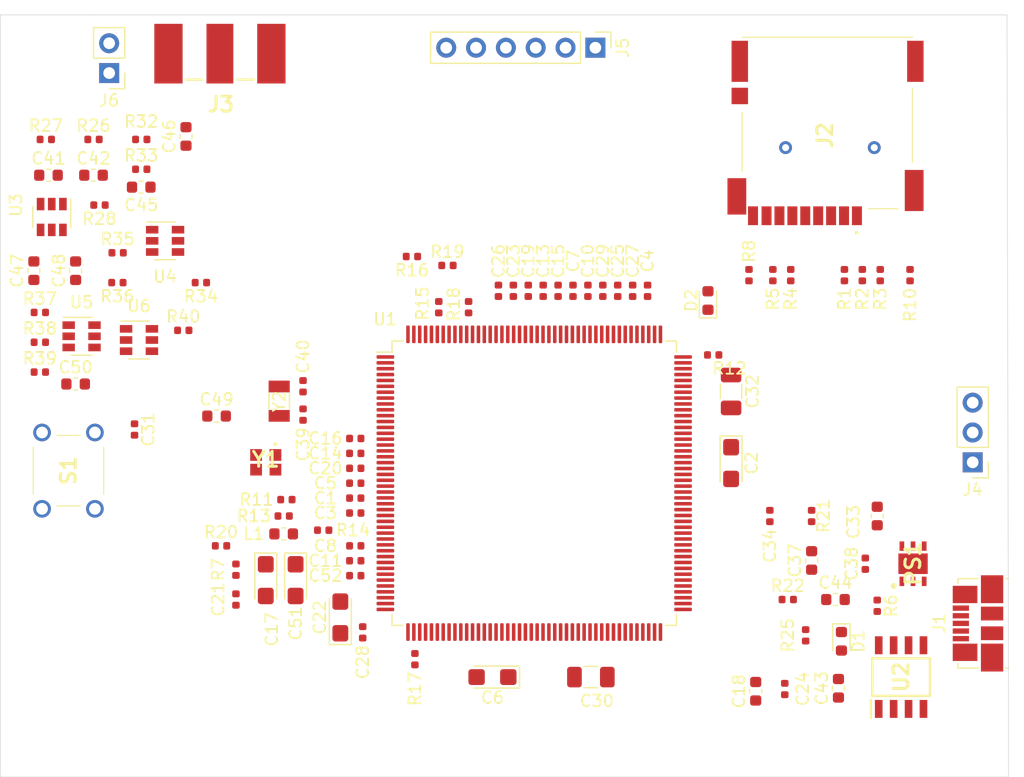
<source format=kicad_pcb>
(kicad_pcb (version 20171130) (host pcbnew "(5.1.4)-1")
  (layers (0 F.Cu signal) (31 B.Cu signal) (34 B.Paste user) (35 F.Paste user) (36 B.SilkS user) (37 F.SilkS user) (38 B.Mask user) (39 F.Mask user) (44 Edge.Cuts user))
  (net 0 "")
  (net 1 VDD)
  (net 2 GND)
  (net 3 VDDA)
  (net 4 5V)
  (net 5 3V3)
  (net 6 "Net-(C30-Pad2)")
  (net 7 NRST)
  (net 8 "Net-(C32-Pad2)")
  (net 9 VREF+)
  (net 10 "Net-(C37-Pad2)")
  (net 11 "Net-(C39-Pad1)")
  (net 12 "Net-(C40-Pad2)")
  (net 13 "Net-(C41-Pad2)")
  (net 14 "Net-(C41-Pad1)")
  (net 15 "Net-(C42-Pad1)")
  (net 16 VREF)
  (net 17 "Net-(C45-Pad2)")
  (net 18 "Net-(C45-Pad1)")
  (net 19 "Net-(C46-Pad1)")
  (net 20 "Net-(C47-Pad2)")
  (net 21 "Net-(C47-Pad1)")
  (net 22 "Net-(C48-Pad1)")
  (net 23 "Net-(C49-Pad2)")
  (net 24 V_OUT)
  (net 25 "Net-(C50-Pad1)")
  (net 26 "Net-(D1-Pad2)")
  (net 27 "Net-(D2-Pad2)")
  (net 28 "Net-(J1-Pad2)")
  (net 29 "Net-(J1-Pad3)")
  (net 30 uSD_D2)
  (net 31 uSD_D3)
  (net 32 uSD_CMD)
  (net 33 uSD_CLK)
  (net 34 uSD_D0)
  (net 35 uSD_D1)
  (net 36 "Net-(J2-PadMH1)")
  (net 37 "Net-(J2-PadMH2)")
  (net 38 "Net-(J2-PadSW1)")
  (net 39 "Net-(J3-Pad2)")
  (net 40 USART6_TX)
  (net 41 USART6_RX)
  (net 42 "Net-(PS1-Pad3)")
  (net 43 "Net-(PS1-Pad5)")
  (net 44 "Net-(R7-Pad1)")
  (net 45 uSD_Detect)
  (net 46 "Net-(R12-Pad2)")
  (net 47 "Net-(R14-Pad2)")
  (net 48 "Net-(R14-Pad1)")
  (net 49 "Net-(R15-Pad1)")
  (net 50 "Net-(R16-Pad1)")
  (net 51 "Net-(R17-Pad1)")
  (net 52 "Net-(R25-Pad2)")
  (net 53 "Net-(U1-Pad1)")
  (net 54 "Net-(U1-Pad2)")
  (net 55 "Net-(U1-Pad3)")
  (net 56 "Net-(U1-Pad4)")
  (net 57 "Net-(U1-Pad5)")
  (net 58 "Net-(U1-Pad7)")
  (net 59 "Net-(U1-Pad11)")
  (net 60 "Net-(U1-Pad12)")
  (net 61 "Net-(U1-Pad13)")
  (net 62 "Net-(U1-Pad16)")
  (net 63 "Net-(U1-Pad17)")
  (net 64 "Net-(U1-Pad18)")
  (net 65 "Net-(U1-Pad19)")
  (net 66 "Net-(U1-Pad20)")
  (net 67 "Net-(U1-Pad21)")
  (net 68 "Net-(U1-Pad24)")
  (net 69 "Net-(U1-Pad25)")
  (net 70 "Net-(U1-Pad26)")
  (net 71 "Net-(U1-Pad27)")
  (net 72 "Net-(U1-Pad30)")
  (net 73 "Net-(U1-Pad32)")
  (net 74 "Net-(U1-Pad33)")
  (net 75 "Net-(U1-Pad34)")
  (net 76 "Net-(U1-Pad35)")
  (net 77 "Net-(U1-Pad40)")
  (net 78 "Net-(U1-Pad41)")
  (net 79 "Net-(U1-Pad42)")
  (net 80 "Net-(U1-Pad43)")
  (net 81 "Net-(U1-Pad44)")
  (net 82 "Net-(U1-Pad45)")
  (net 83 "Net-(U1-Pad46)")
  (net 84 "Net-(U1-Pad47)")
  (net 85 "Net-(U1-Pad50)")
  (net 86 "Net-(U1-Pad51)")
  (net 87 "Net-(U1-Pad52)")
  (net 88 "Net-(U1-Pad53)")
  (net 89 "Net-(U1-Pad54)")
  (net 90 "Net-(U1-Pad55)")
  (net 91 "Net-(U1-Pad56)")
  (net 92 "Net-(U1-Pad57)")
  (net 93 "Net-(U1-Pad58)")
  (net 94 "Net-(U1-Pad59)")
  (net 95 "Net-(U1-Pad60)")
  (net 96 "Net-(U1-Pad63)")
  (net 97 "Net-(U1-Pad64)")
  (net 98 "Net-(U1-Pad65)")
  (net 99 "Net-(U1-Pad66)")
  (net 100 "Net-(U1-Pad67)")
  (net 101 "Net-(U1-Pad68)")
  (net 102 "Net-(U1-Pad69)")
  (net 103 "Net-(U1-Pad70)")
  (net 104 "Net-(U1-Pad73)")
  (net 105 "Net-(U1-Pad74)")
  (net 106 "Net-(U1-Pad75)")
  (net 107 "Net-(U1-Pad76)")
  (net 108 "Net-(U1-Pad77)")
  (net 109 "Net-(U1-Pad78)")
  (net 110 "Net-(U1-Pad79)")
  (net 111 "Net-(U1-Pad80)")
  (net 112 "Net-(U1-Pad83)")
  (net 113 "Net-(U1-Pad84)")
  (net 114 "Net-(U1-Pad85)")
  (net 115 "Net-(U1-Pad86)")
  (net 116 "Net-(U1-Pad87)")
  (net 117 "Net-(U1-Pad88)")
  (net 118 "Net-(U1-Pad89)")
  (net 119 "Net-(U1-Pad92)")
  (net 120 "Net-(U1-Pad93)")
  (net 121 "Net-(U1-Pad94)")
  (net 122 "Net-(U1-Pad95)")
  (net 123 "Net-(U1-Pad96)")
  (net 124 "Net-(U1-Pad97)")
  (net 125 "Net-(U1-Pad98)")
  (net 126 "Net-(U1-Pad99)")
  (net 127 "Net-(U1-Pad100)")
  (net 128 "Net-(U1-Pad101)")
  (net 129 "Net-(U1-Pad104)")
  (net 130 "Net-(U1-Pad105)")
  (net 131 "Net-(U1-Pad106)")
  (net 132 "Net-(U1-Pad107)")
  (net 133 "Net-(U1-Pad108)")
  (net 134 "Net-(U1-Pad109)")
  (net 135 "Net-(U1-Pad110)")
  (net 136 "Net-(U1-Pad111)")
  (net 137 "Net-(U1-Pad112)")
  (net 138 "Net-(U1-Pad119)")
  (net 139 "Net-(U1-Pad120)")
  (net 140 "Net-(U1-Pad121)")
  (net 141 "Net-(U1-Pad122)")
  (net 142 "Net-(U1-Pad123)")
  (net 143 "Net-(U1-Pad128)")
  (net 144 "Net-(U1-Pad129)")
  (net 145 "Net-(U1-Pad130)")
  (net 146 "Net-(U1-Pad131)")
  (net 147 "Net-(U1-Pad133)")
  (net 148 "Net-(U1-Pad134)")
  (net 149 "Net-(U1-Pad142)")
  (net 150 "Net-(U1-Pad143)")
  (net 151 "Net-(U1-Pad145)")
  (net 152 "Net-(U1-Pad146)")
  (net 153 "Net-(U1-Pad147)")
  (net 154 "Net-(U1-Pad150)")
  (net 155 "Net-(U1-Pad151)")
  (net 156 "Net-(U1-Pad152)")
  (net 157 "Net-(U1-Pad153)")
  (net 158 "Net-(U1-Pad154)")
  (net 159 "Net-(U1-Pad155)")
  (net 160 "Net-(U1-Pad156)")
  (net 161 "Net-(U1-Pad157)")
  (net 162 "Net-(U1-Pad160)")
  (net 163 "Net-(U1-Pad163)")
  (net 164 "Net-(U1-Pad164)")
  (net 165 "Net-(U1-Pad165)")
  (net 166 "Net-(U1-Pad167)")
  (net 167 "Net-(U1-Pad168)")
  (net 168 "Net-(U1-Pad169)")
  (net 169 "Net-(U1-Pad170)")
  (net 170 "Net-(U1-Pad173)")
  (net 171 "Net-(U1-Pad174)")
  (net 172 "Net-(U1-Pad175)")
  (net 173 "Net-(U1-Pad176)")
  (net 174 "Net-(U2-Pad1)")
  (net 175 "Net-(U2-Pad5)")
  (net 176 "Net-(U2-Pad8)")
  (net 177 "Net-(U3-Pad5)")
  (net 178 "Net-(U4-Pad5)")
  (net 179 "Net-(U5-Pad5)")
  (net 180 "Net-(U6-Pad5)")
  (net 181 SWCLK)
  (net 182 SWDIO)
  (net 183 SWO)
  (net 184 "Net-(U1-Pad138)")
  (net 185 "Net-(U1-Pad162)")
  (module Capacitor_SMD:C_0402_1005Metric (layer F.Cu) (at 199.898 48.895 270)
    (fp_text reference C10 (at -2.54 0 90) (layer F.SilkS))
    (fp_text value 100n)
    (pad 2 smd roundrect (at 0.485 0 270) (size 0.59 0.64) (layers F.Cu F.Paste F.Mask) (net 2 GND))
    (pad 1 smd roundrect (at -0.485 0 270) (size 0.59 0.64) (layers F.Cu F.Paste F.Mask) (net 1 VDD))
  )
  (module Capacitor_SMD:C_0402_1005Metric (layer F.Cu) (at 180.086 71.882)
    (fp_text reference C11 (at -2.54 0) (layer F.SilkS))
    (fp_text value 100n)
    (pad 1 smd roundrect (at -0.485 0) (size 0.59 0.64) (layers F.Cu F.Paste F.Mask) (net 1 VDD))
    (pad 2 smd roundrect (at 0.485 0) (size 0.59 0.64) (layers F.Cu F.Paste F.Mask) (net 2 GND))
  )
  (module Capacitor_SMD:C_0603_1608Metric (layer F.Cu) (at 218.948 71.8565 90)
    (fp_text reference C37 (at 0 -1.43 90) (layer F.SilkS))
    (fp_text value 10u)
    (pad 1 smd roundrect (at -0.7875 0 90) (size 0.875 0.95) (layers F.Cu F.Paste F.Mask) (net 2 GND))
    (pad 2 smd roundrect (at 0.7875 0 90) (size 0.875 0.95) (layers F.Cu F.Paste F.Mask) (net 10 "Net-(C37-Pad2)"))
  )
  (module Capacitor_SMD:C_0603_1608Metric (layer F.Cu) (at 161.862 40.0685)
    (fp_text reference C45 (at 0 1.524) (layer F.SilkS))
    (fp_text value 1.1n)
    (pad 2 smd roundrect (at 0.7875 0) (size 0.875 0.95) (layers F.Cu F.Paste F.Mask) (net 17 "Net-(C45-Pad2)"))
    (pad 1 smd roundrect (at -0.7875 0) (size 0.875 0.95) (layers F.Cu F.Paste F.Mask) (net 18 "Net-(C45-Pad1)"))
  )
  (module Capacitor_SMD:C_0603_1608Metric (layer F.Cu) (at 165.672 35.7505 90)
    (fp_text reference C46 (at 0 -1.43 90) (layer F.SilkS))
    (fp_text value 1.1n)
    (pad 1 smd roundrect (at -0.7875 0 90) (size 0.875 0.95) (layers F.Cu F.Paste F.Mask) (net 19 "Net-(C46-Pad1)"))
    (pad 2 smd roundrect (at 0.7875 0 90) (size 0.875 0.95) (layers F.Cu F.Paste F.Mask) (net 17 "Net-(C45-Pad2)"))
  )
  (module Capacitor_SMD:C_0603_1608Metric (layer F.Cu) (at 168.275 59.563)
    (fp_text reference C49 (at 0 -1.43) (layer F.SilkS))
    (fp_text value 1n)
    (pad 2 smd roundrect (at 0.7875 0) (size 0.875 0.95) (layers F.Cu F.Paste F.Mask) (net 23 "Net-(C49-Pad2)"))
    (pad 1 smd roundrect (at -0.7875 0) (size 0.875 0.95) (layers F.Cu F.Paste F.Mask) (net 24 V_OUT))
  )
  (module Capacitor_SMD:C_0603_1608Metric (layer F.Cu) (at 156.274 56.8325)
    (fp_text reference C50 (at 0 -1.43) (layer F.SilkS))
    (fp_text value 1n)
    (pad 1 smd roundrect (at -0.7875 0) (size 0.875 0.95) (layers F.Cu F.Paste F.Mask) (net 25 "Net-(C50-Pad1)"))
    (pad 2 smd roundrect (at 0.7875 0) (size 0.875 0.95) (layers F.Cu F.Paste F.Mask) (net 23 "Net-(C49-Pad2)"))
  )
  (module Capacitor_SMD:C_0603_1608Metric (layer F.Cu) (at 224.536 68.072 90)
    (fp_text reference C33 (at -0.508 -2.032 90) (layer F.SilkS))
    (fp_text value 1u)
    (pad 1 smd roundrect (at -0.7875 0 90) (size 0.875 0.95) (layers F.Cu F.Paste F.Mask) (net 2 GND))
    (pad 2 smd roundrect (at 0.7875 0 90) (size 0.875 0.95) (layers F.Cu F.Paste F.Mask) (net 5 3V3))
  )
  (module Capacitor_SMD:C_0603_1608Metric (layer F.Cu) (at 156.274 47.1805 90)
    (fp_text reference C48 (at 0 -1.43 90) (layer F.SilkS))
    (fp_text value 1.5n)
    (pad 1 smd roundrect (at -0.7875 0 90) (size 0.875 0.95) (layers F.Cu F.Paste F.Mask) (net 22 "Net-(C48-Pad1)"))
    (pad 2 smd roundrect (at 0.7875 0 90) (size 0.875 0.95) (layers F.Cu F.Paste F.Mask) (net 20 "Net-(C47-Pad2)"))
  )
  (module Capacitor_SMD:C_0603_1608Metric (layer F.Cu) (at 153.962 39.0525)
    (fp_text reference C41 (at 0 -1.43) (layer F.SilkS))
    (fp_text value 1.3n)
    (pad 2 smd roundrect (at 0.7875 0) (size 0.875 0.95) (layers F.Cu F.Paste F.Mask) (net 13 "Net-(C41-Pad2)"))
    (pad 1 smd roundrect (at -0.7875 0) (size 0.875 0.95) (layers F.Cu F.Paste F.Mask) (net 14 "Net-(C41-Pad1)"))
  )
  (module Capacitor_SMD:C_1206_3216Metric (layer F.Cu) (at 212.09 57.4675 270)
    (fp_text reference C32 (at 0 -1.82 90) (layer F.SilkS))
    (fp_text value 2.2u)
    (pad 1 smd roundrect (at -1.4 0 270) (size 1.25 1.75) (layers F.Cu F.Paste F.Mask) (roundrect_rratio 0.2) (net 2 GND))
    (pad 2 smd roundrect (at 1.4 0 270) (size 1.25 1.75) (layers F.Cu F.Paste F.Mask) (roundrect_rratio 0.2) (net 8 "Net-(C32-Pad2)"))
  )
  (module Capacitor_SMD:C_0603_1608Metric (layer F.Cu) (at 152.718 47.1805 90)
    (fp_text reference C47 (at 0 -1.43 90) (layer F.SilkS))
    (fp_text value 1.5n)
    (pad 2 smd roundrect (at 0.7875 0 90) (size 0.875 0.95) (layers F.Cu F.Paste F.Mask) (net 20 "Net-(C47-Pad2)"))
    (pad 1 smd roundrect (at -0.7875 0 90) (size 0.875 0.95) (layers F.Cu F.Paste F.Mask) (net 21 "Net-(C47-Pad1)"))
  )
  (module Capacitor_SMD:C_0402_1005Metric (layer F.Cu) (at 175.641 57.023 90)
    (fp_text reference C40 (at 2.54 0 90) (layer F.SilkS))
    (fp_text value 4.7p)
    (pad 1 smd roundrect (at -0.485 0 90) (size 0.59 0.64) (layers F.Cu F.Paste F.Mask) (net 2 GND))
    (pad 2 smd roundrect (at 0.485 0 90) (size 0.59 0.64) (layers F.Cu F.Paste F.Mask) (net 12 "Net-(C40-Pad2)"))
  )
  (module Capacitor_SMD:C_0603_1608Metric (layer F.Cu) (at 157.798 39.0525)
    (fp_text reference C42 (at 0 -1.43) (layer F.SilkS))
    (fp_text value 1.3n)
    (pad 1 smd roundrect (at -0.7875 0) (size 0.875 0.95) (layers F.Cu F.Paste F.Mask) (net 15 "Net-(C42-Pad1)"))
    (pad 2 smd roundrect (at 0.7875 0) (size 0.875 0.95) (layers F.Cu F.Paste F.Mask) (net 13 "Net-(C41-Pad2)"))
  )
  (module Capacitor_SMD:C_0402_1005Metric (layer F.Cu) (at 215.392 68.072 90)
    (fp_text reference C34 (at -2.54 0 90) (layer F.SilkS))
    (fp_text value 100n)
    (pad 2 smd roundrect (at 0.485 0 90) (size 0.59 0.64) (layers F.Cu F.Paste F.Mask) (net 5 3V3))
    (pad 1 smd roundrect (at -0.485 0 90) (size 0.59 0.64) (layers F.Cu F.Paste F.Mask) (net 2 GND))
  )
  (module Capacitor_SMD:C_0402_1005Metric (layer F.Cu) (at 161.29 60.706 270)
    (fp_text reference C31 (at 0 -1.17 90) (layer F.SilkS))
    (fp_text value 100n)
    (pad 2 smd roundrect (at 0.485 0 270) (size 0.59 0.64) (layers F.Cu F.Paste F.Mask) (net 7 NRST))
    (pad 1 smd roundrect (at -0.485 0 270) (size 0.59 0.64) (layers F.Cu F.Paste F.Mask) (net 2 GND))
  )
  (module Capacitor_SMD:C_0402_1005Metric (layer F.Cu) (at 223.52 72.136 90)
    (fp_text reference C38 (at 0 -1.17 90) (layer F.SilkS))
    (fp_text value 100n)
    (pad 1 smd roundrect (at -0.485 0 90) (size 0.59 0.64) (layers F.Cu F.Paste F.Mask) (net 2 GND))
    (pad 2 smd roundrect (at 0.485 0 90) (size 0.59 0.64) (layers F.Cu F.Paste F.Mask) (net 10 "Net-(C37-Pad2)"))
  )
  (module Capacitor_SMD:C_0603_1608Metric (layer F.Cu) (at 220.98 75.184)
    (fp_text reference C44 (at 0 -1.43) (layer F.SilkS))
    (fp_text value 100n)
    (pad 1 smd roundrect (at -0.7875 0) (size 0.875 0.95) (layers F.Cu F.Paste F.Mask) (net 2 GND))
    (pad 2 smd roundrect (at 0.7875 0) (size 0.875 0.95) (layers F.Cu F.Paste F.Mask) (net 16 VREF))
  )
  (module Capacitor_SMD:C_0402_1005Metric (layer F.Cu) (at 175.641 59.436 90)
    (fp_text reference C39 (at -2.54 0 90) (layer F.SilkS))
    (fp_text value 4.7p)
    (pad 2 smd roundrect (at 0.485 0 90) (size 0.59 0.64) (layers F.Cu F.Paste F.Mask) (net 2 GND))
    (pad 1 smd roundrect (at -0.485 0 90) (size 0.59 0.64) (layers F.Cu F.Paste F.Mask) (net 11 "Net-(C39-Pad1)"))
  )
  (module Capacitor_SMD:C_0603_1608Metric (layer F.Cu) (at 221.234 82.7405 90)
    (fp_text reference C43 (at 0 -1.43 90) (layer F.SilkS))
    (fp_text value 10u)
    (pad 2 smd roundrect (at 0.7875 0 90) (size 0.875 0.95) (layers F.Cu F.Paste F.Mask) (net 16 VREF))
    (pad 1 smd roundrect (at -0.7875 0 90) (size 0.875 0.95) (layers F.Cu F.Paste F.Mask) (net 2 GND))
  )
  (module SamacSys_Parts:142-0701-851 (layer F.Cu) (at 170.752 24.511)
    (fp_text reference J3 (at -2.0955 8.509) (layer F.SilkS) (effects (font (size 1.27 1.27) (thickness 0.254))))
    (fp_text value 142-0701-851 hide)
    (pad 1 smd rect (at -6.57225 4.19) (size 2.413 5.08) (layers F.Cu F.Paste F.Mask) (net 2 GND))
    (pad 2 smd rect (at -2.19075 4.19) (size 2.286 5.08) (layers F.Cu F.Paste F.Mask) (net 39 "Net-(J3-Pad2)"))
    (pad 3 smd rect (at 2.19075 4.19) (size 2.413 5.08) (layers F.Cu F.Paste F.Mask) (net 2 GND))
  )
  (module Capacitor_SMD:C_0402_1005Metric (layer F.Cu) (at 180.086 73.152)
    (fp_text reference C52 (at -2.54 0) (layer F.SilkS))
    (fp_text value 100n)
    (pad 2 smd roundrect (at 0.485 0) (size 0.59 0.64) (layers F.Cu F.Paste F.Mask) (net 2 GND))
    (pad 1 smd roundrect (at -0.485 0) (size 0.59 0.64) (layers F.Cu F.Paste F.Mask) (net 9 VREF+))
  )
  (module Resistor_SMD:R_0402_1005Metric (layer F.Cu) (at 221.742 47.5615 270)
    (fp_text reference R1 (at 2.032 0 90) (layer F.SilkS))
    (fp_text value 47k)
    (pad 2 smd roundrect (at 0.485 0 270) (size 0.59 0.64) (layers F.Cu F.Paste F.Mask) (net 5 3V3))
    (pad 1 smd roundrect (at -0.485 0 270) (size 0.59 0.64) (layers F.Cu F.Paste F.Mask) (net 32 uSD_CMD))
  )
  (module Resistor_SMD:R_0402_1005Metric (layer F.Cu) (at 223.266 47.5615 270)
    (fp_text reference R2 (at 2.032 0 90) (layer F.SilkS))
    (fp_text value 47k)
    (pad 1 smd roundrect (at -0.485 0 270) (size 0.59 0.64) (layers F.Cu F.Paste F.Mask) (net 31 uSD_D3))
    (pad 2 smd roundrect (at 0.485 0 270) (size 0.59 0.64) (layers F.Cu F.Paste F.Mask) (net 5 3V3))
  )
  (module Resistor_SMD:R_0402_1005Metric (layer F.Cu) (at 169.926 72.644 270)
    (fp_text reference R7 (at 0 1.524 90) (layer F.SilkS))
    (fp_text value 10k)
    (pad 2 smd roundrect (at 0.485 0 270) (size 0.59 0.64) (layers F.Cu F.Paste F.Mask) (net 5 3V3))
    (pad 1 smd roundrect (at -0.485 0 270) (size 0.59 0.64) (layers F.Cu F.Paste F.Mask) (net 44 "Net-(R7-Pad1)"))
  )
  (module LED_SMD:LED_0603_1608Metric (layer F.Cu) (at 210.122 49.7205 90)
    (fp_text reference D2 (at 0 -1.43 90) (layer F.SilkS))
    (fp_text value LED)
    (pad 2 smd roundrect (at 0.7875 0 90) (size 0.875 0.95) (layers F.Cu F.Paste F.Mask) (net 27 "Net-(D2-Pad2)"))
    (pad 1 smd roundrect (at -0.7875 0 90) (size 0.875 0.95) (layers F.Cu F.Paste F.Mask) (net 2 GND))
  )
  (module LED_SMD:LED_0603_1608Metric (layer F.Cu) (at 221.488 78.74 270)
    (fp_text reference D1 (at 0 -1.43 90) (layer F.SilkS))
    (fp_text value LED)
    (pad 1 smd roundrect (at -0.7875 0 270) (size 0.875 0.95) (layers F.Cu F.Paste F.Mask) (net 2 GND))
    (pad 2 smd roundrect (at 0.7875 0 270) (size 0.875 0.95) (layers F.Cu F.Paste F.Mask) (net 26 "Net-(D1-Pad2)"))
  )
  (module Connector_USB:USB_Micro-B_Molex_47346-0001 (layer F.Cu) (at 233.115 77.216 90)
    (fp_text reference J1 (at 0 -3.3 270) (layer F.SilkS))
    (fp_text value USB_B_Micro)
    (pad 1 smd rect (at -1.3 -1.46 90) (size 0.45 1.38) (layers F.Cu F.Paste F.Mask) (net 4 5V))
    (pad 2 smd rect (at -0.65 -1.46 90) (size 0.45 1.38) (layers F.Cu F.Paste F.Mask) (net 28 "Net-(J1-Pad2)"))
    (pad 3 smd rect (at 0 -1.46 90) (size 0.45 1.38) (layers F.Cu F.Paste F.Mask) (net 29 "Net-(J1-Pad3)"))
    (pad 4 smd rect (at 0.65 -1.46 90) (size 0.45 1.38) (layers F.Cu F.Paste F.Mask) (net 2 GND))
    (pad 5 smd rect (at 1.3 -1.46 90) (size 0.45 1.38) (layers F.Cu F.Paste F.Mask) (net 2 GND))
    (pad 6 smd rect (at -2.4625 -1.1 90) (size 1.475 2.1) (layers F.Cu F.Paste F.Mask) (net 2 GND))
    (pad 6 smd rect (at 2.4625 -1.1 90) (size 1.475 2.1) (layers F.Cu F.Paste F.Mask) (net 2 GND))
    (pad 6 smd rect (at -2.91 1.2 90) (size 2.375 1.9) (layers F.Cu F.Paste F.Mask) (net 2 GND))
    (pad 6 smd rect (at 2.91 1.2 90) (size 2.375 1.9) (layers F.Cu F.Paste F.Mask) (net 2 GND))
    (pad 6 smd rect (at -0.84 1.2 90) (size 1.175 1.9) (layers F.Cu F.Paste F.Mask) (net 2 GND))
    (pad 6 smd rect (at 0.84 1.2 90) (size 1.175 1.9) (layers F.Cu F.Paste F.Mask) (net 2 GND))
  )
  (module SamacSys_Parts:PJS00820031 (layer F.Cu) (at 224.282 36.703 90)
    (fp_text reference J2 (at 1.05 -4.2 90) (layer F.SilkS) (effects (font (size 1.27 1.27) (thickness 0.254))))
    (fp_text value PJS008-2003-1 hide)
    (pad 1 smd rect (at -5.8 -1.475 180) (size 0.85 1.6) (layers F.Cu F.Paste F.Mask) (net 30 uSD_D2))
    (pad 2 smd rect (at -5.8 -2.575 180) (size 0.85 1.6) (layers F.Cu F.Paste F.Mask) (net 31 uSD_D3))
    (pad 3 smd rect (at -5.8 -3.675 180) (size 0.85 1.6) (layers F.Cu F.Paste F.Mask) (net 32 uSD_CMD))
    (pad 4 smd rect (at -5.8 -4.775 180) (size 0.85 1.6) (layers F.Cu F.Paste F.Mask) (net 5 3V3))
    (pad 5 smd rect (at -5.8 -5.875 180) (size 0.85 1.6) (layers F.Cu F.Paste F.Mask) (net 33 uSD_CLK))
    (pad 6 smd rect (at -5.8 -6.975 180) (size 0.85 1.6) (layers F.Cu F.Paste F.Mask) (net 2 GND))
    (pad 7 smd rect (at -5.8 -8.075 180) (size 0.85 1.6) (layers F.Cu F.Paste F.Mask) (net 34 uSD_D0))
    (pad 8 smd rect (at -5.8 -9.175 180) (size 0.85 1.6) (layers F.Cu F.Paste F.Mask) (net 35 uSD_D1))
    (pad MH1 thru_hole circle (at 0 0 90) (size 1.1 1.1) (drill 0.6) (layers *.Cu *.Mask) (net 36 "Net-(J2-PadMH1)"))
    (pad MH2 thru_hole circle (at 0 -7.55 90) (size 1.1 1.1) (drill 0.6) (layers *.Cu *.Mask) (net 37 "Net-(J2-PadMH2)"))
    (pad SH1 smd rect (at -3.65 3.4 180) (size 1.6 3.5) (layers F.Cu F.Paste F.Mask) (net 2 GND))
    (pad SH2 smd rect (at 7.35 3.5 180) (size 1.4 3.5) (layers F.Cu F.Paste F.Mask) (net 2 GND))
    (pad SH3 smd rect (at 7.35 -11.45 180) (size 1.4 3.5) (layers F.Cu F.Paste F.Mask) (net 2 GND))
    (pad SH4 smd rect (at -4.15 -11.7 180) (size 1.6 3.1) (layers F.Cu F.Paste F.Mask) (net 2 GND))
    (pad SW1 smd rect (at 4.4 -11.45 180) (size 1.4 1.4) (layers F.Cu F.Paste F.Mask) (net 38 "Net-(J2-PadSW1)"))
    (pad SW2 smd rect (at -5.8 -10.325 180) (size 0.85 1.6) (layers F.Cu F.Paste F.Mask) (net 2 GND))
  )
  (module Capacitor_Tantalum_SMD:CP_EIA-3216-18_Kemet-A (layer F.Cu) (at 175.006 73.533 270)
    (fp_text reference C51 (at 3.683 0 90) (layer F.SilkS))
    (fp_text value 1u)
    (pad 1 smd roundrect (at -1.35 0 270) (size 1.4 1.35) (layers F.Cu F.Paste F.Mask) (roundrect_rratio 0.185185) (net 9 VREF+))
    (pad 2 smd roundrect (at 1.35 0 270) (size 1.4 1.35) (layers F.Cu F.Paste F.Mask) (roundrect_rratio 0.185185) (net 2 GND))
  )
  (module Connector_PinHeader_2.54mm:PinHeader_1x03_P2.54mm_Vertical (layer F.Cu) (at 232.664 63.5 180)
    (fp_text reference J4 (at 0 -2.33) (layer F.SilkS))
    (fp_text value Conn_01x03_Female)
    (pad 1 thru_hole rect (at 0 0 180) (size 1.7 1.7) (drill 1) (layers *.Cu *.Mask) (net 40 USART6_TX))
    (pad 2 thru_hole oval (at 0 2.54 180) (size 1.7 1.7) (drill 1) (layers *.Cu *.Mask) (net 41 USART6_RX))
    (pad 3 thru_hole oval (at 0 5.08 180) (size 1.7 1.7) (drill 1) (layers *.Cu *.Mask) (net 2 GND))
  )
  (module Connector_PinHeader_2.54mm:PinHeader_1x02_P2.54mm_Vertical (layer F.Cu) (at 159.131 30.353 180)
    (fp_text reference J6 (at 0 -2.33) (layer F.SilkS))
    (fp_text value Conn_01x02_Female)
    (pad 1 thru_hole rect (at 0 0 180) (size 1.7 1.7) (drill 1) (layers *.Cu *.Mask) (net 24 V_OUT))
    (pad 2 thru_hole oval (at 0 2.54 180) (size 1.7 1.7) (drill 1) (layers *.Cu *.Mask) (net 2 GND))
  )
  (module Inductor_SMD:L_0603_1608Metric (layer F.Cu) (at 173.99 69.596 180)
    (fp_text reference L1 (at 2.54 0) (layer F.SilkS))
    (fp_text value FCM1608KF-601T03)
    (pad 1 smd roundrect (at -0.7875 0 180) (size 0.875 0.95) (layers F.Cu F.Paste F.Mask) (net 3 VDDA))
    (pad 2 smd roundrect (at 0.7875 0 180) (size 0.875 0.95) (layers F.Cu F.Paste F.Mask) (net 1 VDD))
  )
  (module Resistor_SMD:R_0402_1005Metric (layer F.Cu) (at 224.79 47.5615 270)
    (fp_text reference R3 (at 2.032 0 90) (layer F.SilkS))
    (fp_text value 47k)
    (pad 2 smd roundrect (at 0.485 0 270) (size 0.59 0.64) (layers F.Cu F.Paste F.Mask) (net 5 3V3))
    (pad 1 smd roundrect (at -0.485 0 270) (size 0.59 0.64) (layers F.Cu F.Paste F.Mask) (net 30 uSD_D2))
  )
  (module Resistor_SMD:R_0402_1005Metric (layer F.Cu) (at 217.17 47.5615 270)
    (fp_text reference R4 (at 2.032 0 90) (layer F.SilkS))
    (fp_text value 47k)
    (pad 1 smd roundrect (at -0.485 0 270) (size 0.59 0.64) (layers F.Cu F.Paste F.Mask) (net 34 uSD_D0))
    (pad 2 smd roundrect (at 0.485 0 270) (size 0.59 0.64) (layers F.Cu F.Paste F.Mask) (net 5 3V3))
  )
  (module Resistor_SMD:R_0402_1005Metric (layer F.Cu) (at 224.536 75.715 270)
    (fp_text reference R6 (at 0 -1.17 90) (layer F.SilkS))
    (fp_text value 10k)
    (pad 1 smd roundrect (at -0.485 0 270) (size 0.59 0.64) (layers F.Cu F.Paste F.Mask) (net 26 "Net-(D1-Pad2)"))
    (pad 2 smd roundrect (at 0.485 0 270) (size 0.59 0.64) (layers F.Cu F.Paste F.Mask) (net 4 5V))
  )
  (module Resistor_SMD:R_0402_1005Metric (layer F.Cu) (at 215.646 47.5615 270)
    (fp_text reference R5 (at 2.032 0 90) (layer F.SilkS))
    (fp_text value 47k)
    (pad 2 smd roundrect (at 0.485 0 270) (size 0.59 0.64) (layers F.Cu F.Paste F.Mask) (net 5 3V3))
    (pad 1 smd roundrect (at -0.485 0 270) (size 0.59 0.64) (layers F.Cu F.Paste F.Mask) (net 35 uSD_D1))
  )
  (module SamacSys_Parts:SON95P300X300X100-7N-D (layer F.Cu) (at 227.584 72.136 90)
    (fp_text reference PS1 (at 0 0 90) (layer F.SilkS) (effects (font (size 1.27 1.27) (thickness 0.254))))
    (fp_text value LD39050PU33R hide)
    (pad 1 smd rect (at -1.5 -0.95 180) (size 0.4 0.8) (layers F.Cu F.Paste F.Mask) (net 4 5V))
    (pad 2 smd rect (at -1.5 0 180) (size 0.4 0.8) (layers F.Cu F.Paste F.Mask) (net 2 GND))
    (pad 3 smd rect (at -1.5 0.95 180) (size 0.4 0.8) (layers F.Cu F.Paste F.Mask) (net 42 "Net-(PS1-Pad3)"))
    (pad 4 smd rect (at 1.5 0.95 180) (size 0.4 0.8) (layers F.Cu F.Paste F.Mask) (net 5 3V3))
    (pad 5 smd rect (at 1.5 0 180) (size 0.4 0.8) (layers F.Cu F.Paste F.Mask) (net 43 "Net-(PS1-Pad5)"))
    (pad 6 smd rect (at 1.5 -0.95 180) (size 0.4 0.8) (layers F.Cu F.Paste F.Mask) (net 4 5V))
    (pad 7 smd rect (at 0 0 90) (size 1.75 2.5) (layers F.Cu F.Paste F.Mask) (net 2 GND))
  )
  (module Resistor_SMD:R_0402_1005Metric (layer F.Cu) (at 187.937 46.736)
    (fp_text reference R19 (at 0 -1.17) (layer F.SilkS))
    (fp_text value NA)
    (pad 1 smd roundrect (at -0.485 0) (size 0.59 0.64) (layers F.Cu F.Paste F.Mask) (net 49 "Net-(R15-Pad1)"))
    (pad 2 smd roundrect (at 0.485 0) (size 0.59 0.64) (layers F.Cu F.Paste F.Mask) (net 2 GND))
  )
  (module Package_TO_SOT_SMD:SOT-23-6 (layer F.Cu) (at 156.782 52.7685)
    (fp_text reference U5 (at 0 -2.9) (layer F.SilkS))
    (fp_text value ADA4807-1)
    (pad 5 smd rect (at 1.1 0) (size 1.06 0.65) (layers F.Cu F.Paste F.Mask) (net 179 "Net-(U5-Pad5)"))
    (pad 6 smd rect (at 1.1 -0.95) (size 1.06 0.65) (layers F.Cu F.Paste F.Mask) (net 5 3V3))
    (pad 4 smd rect (at 1.1 0.95) (size 1.06 0.65) (layers F.Cu F.Paste F.Mask) (net 22 "Net-(C48-Pad1)"))
    (pad 3 smd rect (at -1.1 0.95) (size 1.06 0.65) (layers F.Cu F.Paste F.Mask) (net 16 VREF))
    (pad 2 smd rect (at -1.1 0) (size 1.06 0.65) (layers F.Cu F.Paste F.Mask) (net 2 GND))
    (pad 1 smd rect (at -1.1 -0.95) (size 1.06 0.65) (layers F.Cu F.Paste F.Mask) (net 21 "Net-(C47-Pad1)"))
  )
  (module Package_TO_SOT_SMD:SOT-23-6 (layer F.Cu) (at 163.894 44.6405)
    (fp_text reference U4 (at 0 3.048) (layer F.SilkS))
    (fp_text value ADA4807-1)
    (pad 1 smd rect (at -1.1 -0.95) (size 1.06 0.65) (layers F.Cu F.Paste F.Mask) (net 18 "Net-(C45-Pad1)"))
    (pad 2 smd rect (at -1.1 0) (size 1.06 0.65) (layers F.Cu F.Paste F.Mask) (net 2 GND))
    (pad 3 smd rect (at -1.1 0.95) (size 1.06 0.65) (layers F.Cu F.Paste F.Mask) (net 16 VREF))
    (pad 4 smd rect (at 1.1 0.95) (size 1.06 0.65) (layers F.Cu F.Paste F.Mask) (net 19 "Net-(C46-Pad1)"))
    (pad 6 smd rect (at 1.1 -0.95) (size 1.06 0.65) (layers F.Cu F.Paste F.Mask) (net 5 3V3))
    (pad 5 smd rect (at 1.1 0) (size 1.06 0.65) (layers F.Cu F.Paste F.Mask) (net 178 "Net-(U4-Pad5)"))
  )
  (module Package_TO_SOT_SMD:SOT-23-6 (layer F.Cu) (at 161.671 53.086)
    (fp_text reference U6 (at 0 -2.9) (layer F.SilkS))
    (fp_text value ADA4807-1)
    (pad 1 smd rect (at -1.1 -0.95) (size 1.06 0.65) (layers F.Cu F.Paste F.Mask) (net 24 V_OUT))
    (pad 2 smd rect (at -1.1 0) (size 1.06 0.65) (layers F.Cu F.Paste F.Mask) (net 2 GND))
    (pad 3 smd rect (at -1.1 0.95) (size 1.06 0.65) (layers F.Cu F.Paste F.Mask) (net 16 VREF))
    (pad 4 smd rect (at 1.1 0.95) (size 1.06 0.65) (layers F.Cu F.Paste F.Mask) (net 25 "Net-(C50-Pad1)"))
    (pad 6 smd rect (at 1.1 -0.95) (size 1.06 0.65) (layers F.Cu F.Paste F.Mask) (net 5 3V3))
    (pad 5 smd rect (at 1.1 0) (size 1.06 0.65) (layers F.Cu F.Paste F.Mask) (net 180 "Net-(U6-Pad5)"))
  )
  (module Crystal:Crystal_SMD_3215-2Pin_3.2x1.5mm (layer F.Cu) (at 173.609 58.293 270)
    (fp_text reference Y2 (at 0.02 0 90) (layer F.SilkS))
    (fp_text value Crystal)
    (pad 1 smd rect (at 1.25 0 270) (size 1 1.8) (layers F.Cu F.Paste F.Mask) (net 11 "Net-(C39-Pad1)"))
    (pad 2 smd rect (at -1.25 0 270) (size 1 1.8) (layers F.Cu F.Paste F.Mask) (net 12 "Net-(C40-Pad2)"))
  )
  (module SamacSys_Parts:NZ2520SB25600MHZ (layer F.Cu) (at 172.466 63.5 180)
    (fp_text reference Y1 (at 0 0.238) (layer F.SilkS) (effects (font (size 1.27 1.27) (thickness 0.254))))
    (fp_text value NZ2520SB-25.600MHZ hide)
    (pad 1 smd rect (at -0.825 0.625 270) (size 1 1) (layers F.Cu F.Paste F.Mask) (net 44 "Net-(R7-Pad1)"))
    (pad 2 smd rect (at 0.825 0.625 270) (size 1 1) (layers F.Cu F.Paste F.Mask) (net 2 GND))
    (pad 3 smd rect (at 0.825 -0.625 270) (size 1 1) (layers F.Cu F.Paste F.Mask) (net 47 "Net-(R14-Pad2)"))
    (pad 4 smd rect (at -0.825 -0.625 270) (size 1 1) (layers F.Cu F.Paste F.Mask) (net 5 3V3))
  )
  (module Package_TO_SOT_SMD:SOT-23-6 (layer F.Cu) (at 154.242 42.6085 270)
    (fp_text reference U3 (at -1.016 3.048 90) (layer F.SilkS))
    (fp_text value ADA4807-1)
    (pad 5 smd rect (at 1.1 0 270) (size 1.06 0.65) (layers F.Cu F.Paste F.Mask) (net 177 "Net-(U3-Pad5)"))
    (pad 6 smd rect (at 1.1 -0.95 270) (size 1.06 0.65) (layers F.Cu F.Paste F.Mask) (net 5 3V3))
    (pad 4 smd rect (at 1.1 0.95 270) (size 1.06 0.65) (layers F.Cu F.Paste F.Mask) (net 15 "Net-(C42-Pad1)"))
    (pad 3 smd rect (at -1.1 0.95 270) (size 1.06 0.65) (layers F.Cu F.Paste F.Mask) (net 16 VREF))
    (pad 2 smd rect (at -1.1 0 270) (size 1.06 0.65) (layers F.Cu F.Paste F.Mask) (net 2 GND))
    (pad 1 smd rect (at -1.1 -0.95 270) (size 1.06 0.65) (layers F.Cu F.Paste F.Mask) (net 14 "Net-(C41-Pad1)"))
  )
  (module Resistor_SMD:R_0402_1005Metric (layer F.Cu) (at 218.44 78.232 270)
    (fp_text reference R25 (at 0 1.524 90) (layer F.SilkS))
    (fp_text value 4.99k)
    (pad 2 smd roundrect (at 0.485 0 270) (size 0.59 0.64) (layers F.Cu F.Paste F.Mask) (net 52 "Net-(R25-Pad2)"))
    (pad 1 smd roundrect (at -0.485 0 270) (size 0.59 0.64) (layers F.Cu F.Paste F.Mask) (net 16 VREF))
  )
  (module Resistor_SMD:R_0402_1005Metric (layer F.Cu) (at 174.221 66.675)
    (fp_text reference R11 (at -2.54 0) (layer F.SilkS))
    (fp_text value 10k)
    (pad 1 smd roundrect (at -0.485 0) (size 0.59 0.64) (layers F.Cu F.Paste F.Mask) (net 7 NRST))
    (pad 2 smd roundrect (at 0.485 0) (size 0.59 0.64) (layers F.Cu F.Paste F.Mask) (net 5 3V3))
  )
  (module Resistor_SMD:R_0402_1005Metric (layer F.Cu) (at 213.614 47.5615 90)
    (fp_text reference R8 (at 2.032 0 90) (layer F.SilkS))
    (fp_text value 0)
    (pad 2 smd roundrect (at 0.485 0 90) (size 0.59 0.64) (layers F.Cu F.Paste F.Mask) (net 38 "Net-(J2-PadSW1)"))
    (pad 1 smd roundrect (at -0.485 0 90) (size 0.59 0.64) (layers F.Cu F.Paste F.Mask) (net 45 uSD_Detect))
  )
  (module Resistor_SMD:R_0402_1005Metric (layer F.Cu) (at 210.566 54.356)
    (fp_text reference R12 (at 1.397 1.143 -180) (layer F.SilkS))
    (fp_text value 510)
    (pad 1 smd roundrect (at -0.485 0) (size 0.59 0.64) (layers F.Cu F.Paste F.Mask) (net 27 "Net-(D2-Pad2)"))
    (pad 2 smd roundrect (at 0.485 0) (size 0.59 0.64) (layers F.Cu F.Paste F.Mask) (net 46 "Net-(R12-Pad2)"))
  )
  (module Resistor_SMD:R_0402_1005Metric (layer F.Cu) (at 173.99 68.072)
    (fp_text reference R13 (at -2.54 0) (layer F.SilkS))
    (fp_text value 0)
    (pad 2 smd roundrect (at 0.485 0) (size 0.59 0.64) (layers F.Cu F.Paste F.Mask) (net 3 VDDA))
    (pad 1 smd roundrect (at -0.485 0) (size 0.59 0.64) (layers F.Cu F.Paste F.Mask) (net 9 VREF+))
  )
  (module Resistor_SMD:R_0402_1005Metric (layer F.Cu) (at 177.356 69.2785 180)
    (fp_text reference R14 (at -2.54 0) (layer F.SilkS))
    (fp_text value 100)
    (pad 2 smd roundrect (at 0.485 0 180) (size 0.59 0.64) (layers F.Cu F.Paste F.Mask) (net 47 "Net-(R14-Pad2)"))
    (pad 1 smd roundrect (at -0.485 0 180) (size 0.59 0.64) (layers F.Cu F.Paste F.Mask) (net 48 "Net-(R14-Pad1)"))
  )
  (module Resistor_SMD:R_0402_1005Metric (layer F.Cu) (at 187.198 50.292 90)
    (fp_text reference R15 (at 0.3175 -1.397 90) (layer F.SilkS))
    (fp_text value 10k)
    (pad 2 smd roundrect (at 0.485 0 90) (size 0.59 0.64) (layers F.Cu F.Paste F.Mask) (net 5 3V3))
    (pad 1 smd roundrect (at -0.485 0 90) (size 0.59 0.64) (layers F.Cu F.Paste F.Mask) (net 49 "Net-(R15-Pad1)"))
  )
  (module Resistor_SMD:R_0402_1005Metric (layer F.Cu) (at 184.912 45.974 180)
    (fp_text reference R16 (at 0 -1.17) (layer F.SilkS))
    (fp_text value NA)
    (pad 1 smd roundrect (at -0.485 0 180) (size 0.59 0.64) (layers F.Cu F.Paste F.Mask) (net 50 "Net-(R16-Pad1)"))
    (pad 2 smd roundrect (at 0.485 0 180) (size 0.59 0.64) (layers F.Cu F.Paste F.Mask) (net 5 3V3))
  )
  (module Resistor_SMD:R_0402_1005Metric (layer F.Cu) (at 185.166 80.264 270)
    (fp_text reference R17 (at 2.54 0 90) (layer F.SilkS))
    (fp_text value 10k)
    (pad 2 smd roundrect (at 0.485 0 270) (size 0.59 0.64) (layers F.Cu F.Paste F.Mask) (net 2 GND))
    (pad 1 smd roundrect (at -0.485 0 270) (size 0.59 0.64) (layers F.Cu F.Paste F.Mask) (net 51 "Net-(R17-Pad1)"))
  )
  (module Resistor_SMD:R_0402_1005Metric (layer F.Cu) (at 189.738 50.292 270)
    (fp_text reference R18 (at -0.254 1.27 90) (layer F.SilkS))
    (fp_text value 10k)
    (pad 1 smd roundrect (at -0.485 0 270) (size 0.59 0.64) (layers F.Cu F.Paste F.Mask) (net 50 "Net-(R16-Pad1)"))
    (pad 2 smd roundrect (at 0.485 0 270) (size 0.59 0.64) (layers F.Cu F.Paste F.Mask) (net 2 GND))
  )
  (module Resistor_SMD:R_0402_1005Metric (layer F.Cu) (at 218.948 68.072 90)
    (fp_text reference R21 (at 0 1.016 90) (layer F.SilkS))
    (fp_text value 10k)
    (pad 1 smd roundrect (at -0.485 0 90) (size 0.59 0.64) (layers F.Cu F.Paste F.Mask) (net 10 "Net-(C37-Pad2)"))
    (pad 2 smd roundrect (at 0.485 0 90) (size 0.59 0.64) (layers F.Cu F.Paste F.Mask) (net 5 3V3))
  )
  (module Resistor_SMD:R_0402_1005Metric (layer F.Cu) (at 227.33 47.5615 270)
    (fp_text reference R10 (at 2.54 0 90) (layer F.SilkS))
    (fp_text value NA)
    (pad 1 smd roundrect (at -0.485 0 270) (size 0.59 0.64) (layers F.Cu F.Paste F.Mask) (net 45 uSD_Detect))
    (pad 2 smd roundrect (at 0.485 0 270) (size 0.59 0.64) (layers F.Cu F.Paste F.Mask) (net 5 3V3))
  )
  (module Resistor_SMD:R_0402_1005Metric (layer F.Cu) (at 168.656 70.612)
    (fp_text reference R20 (at 0 -1.17) (layer F.SilkS))
    (fp_text value 0)
    (pad 1 smd roundrect (at -0.485 0) (size 0.59 0.64) (layers F.Cu F.Paste F.Mask) (net 5 3V3))
    (pad 2 smd roundrect (at 0.485 0) (size 0.59 0.64) (layers F.Cu F.Paste F.Mask) (net 1 VDD))
  )
  (module Resistor_SMD:R_0402_1005Metric (layer F.Cu) (at 216.916 75.184)
    (fp_text reference R22 (at 0 -1.17) (layer F.SilkS))
    (fp_text value 10k)
    (pad 2 smd roundrect (at 0.485 0) (size 0.59 0.64) (layers F.Cu F.Paste F.Mask) (net 10 "Net-(C37-Pad2)"))
    (pad 1 smd roundrect (at -0.485 0) (size 0.59 0.64) (layers F.Cu F.Paste F.Mask) (net 2 GND))
  )
  (module SamacSys_Parts:SOIC127P600X175-8N (layer F.Cu) (at 226.568 81.788 90)
    (fp_text reference U2 (at 0 0 90) (layer F.SilkS) (effects (font (size 1.27 1.27) (thickness 0.254))))
    (fp_text value AD8031ARZ-REEL hide)
    (pad 1 smd rect (at -2.711 -1.905 180) (size 0.65 1.528) (layers F.Cu F.Paste F.Mask) (net 174 "Net-(U2-Pad1)"))
    (pad 2 smd rect (at -2.711 -0.635 180) (size 0.65 1.528) (layers F.Cu F.Paste F.Mask) (net 52 "Net-(R25-Pad2)"))
    (pad 3 smd rect (at -2.711 0.635 180) (size 0.65 1.528) (layers F.Cu F.Paste F.Mask) (net 10 "Net-(C37-Pad2)"))
    (pad 4 smd rect (at -2.711 1.905 180) (size 0.65 1.528) (layers F.Cu F.Paste F.Mask) (net 2 GND))
    (pad 5 smd rect (at 2.711 1.905 180) (size 0.65 1.528) (layers F.Cu F.Paste F.Mask) (net 175 "Net-(U2-Pad5)"))
    (pad 6 smd rect (at 2.711 0.635 180) (size 0.65 1.528) (layers F.Cu F.Paste F.Mask) (net 16 VREF))
    (pad 7 smd rect (at 2.711 -0.635 180) (size 0.65 1.528) (layers F.Cu F.Paste F.Mask) (net 5 3V3))
    (pad 8 smd rect (at 2.711 -1.905 180) (size 0.65 1.528) (layers F.Cu F.Paste F.Mask) (net 176 "Net-(U2-Pad8)"))
  )
  (module Resistor_SMD:R_0402_1005Metric (layer F.Cu) (at 161.862 36.0045 180)
    (fp_text reference R32 (at 0 1.524) (layer F.SilkS))
    (fp_text value 406)
    (pad 2 smd roundrect (at 0.485 0 180) (size 0.59 0.64) (layers F.Cu F.Paste F.Mask) (net 14 "Net-(C41-Pad1)"))
    (pad 1 smd roundrect (at -0.485 0 180) (size 0.59 0.64) (layers F.Cu F.Paste F.Mask) (net 17 "Net-(C45-Pad2)"))
  )
  (module Resistor_SMD:R_0402_1005Metric (layer F.Cu) (at 159.852 45.6565)
    (fp_text reference R35 (at 0 -1.17) (layer F.SilkS))
    (fp_text value 1.02k)
    (pad 2 smd roundrect (at 0.485 0) (size 0.59 0.64) (layers F.Cu F.Paste F.Mask) (net 18 "Net-(C45-Pad1)"))
    (pad 1 smd roundrect (at -0.485 0) (size 0.59 0.64) (layers F.Cu F.Paste F.Mask) (net 20 "Net-(C47-Pad2)"))
  )
  (module Resistor_SMD:R_0402_1005Metric (layer F.Cu) (at 153.734 36.0045)
    (fp_text reference R27 (at 0 -1.17) (layer F.SilkS))
    (fp_text value 558)
    (pad 1 smd roundrect (at -0.485 0) (size 0.59 0.64) (layers F.Cu F.Paste F.Mask) (net 16 VREF))
    (pad 2 smd roundrect (at 0.485 0) (size 0.59 0.64) (layers F.Cu F.Paste F.Mask) (net 13 "Net-(C41-Pad2)"))
  )
  (module Resistor_SMD:R_0402_1005Metric (layer F.Cu) (at 166.942 48.1965 180)
    (fp_text reference R34 (at 0 -1.17) (layer F.SilkS))
    (fp_text value 4.39k)
    (pad 2 smd roundrect (at 0.485 0 180) (size 0.59 0.64) (layers F.Cu F.Paste F.Mask) (net 18 "Net-(C45-Pad1)"))
    (pad 1 smd roundrect (at -0.485 0 180) (size 0.59 0.64) (layers F.Cu F.Paste F.Mask) (net 19 "Net-(C46-Pad1)"))
  )
  (module Resistor_SMD:R_0402_1005Metric (layer F.Cu) (at 159.83 48.1965 180)
    (fp_text reference R36 (at 0 -1.17) (layer F.SilkS))
    (fp_text value 106)
    (pad 1 smd roundrect (at -0.485 0 180) (size 0.59 0.64) (layers F.Cu F.Paste F.Mask) (net 16 VREF))
    (pad 2 smd roundrect (at 0.485 0 180) (size 0.59 0.64) (layers F.Cu F.Paste F.Mask) (net 20 "Net-(C47-Pad2)"))
  )
  (module Resistor_SMD:R_0402_1005Metric (layer F.Cu) (at 153.226 53.2765)
    (fp_text reference R38 (at 0 -1.17) (layer F.SilkS))
    (fp_text value 966)
    (pad 1 smd roundrect (at -0.485 0) (size 0.59 0.64) (layers F.Cu F.Paste F.Mask) (net 23 "Net-(C49-Pad2)"))
    (pad 2 smd roundrect (at 0.485 0) (size 0.59 0.64) (layers F.Cu F.Paste F.Mask) (net 21 "Net-(C47-Pad1)"))
  )
  (module SamacSys_Parts:TL1105CF160Q (layer F.Cu) (at 155.666 64.21 90)
    (fp_text reference S1 (at 0 0 90) (layer F.SilkS) (effects (font (size 1.27 1.27) (thickness 0.254))))
    (fp_text value TL1105CF160Q hide)
    (pad 1 thru_hole circle (at -3.25 2.25 90) (size 1.5 1.5) (drill 1) (layers *.Cu *.Mask) (net 7 NRST))
    (pad 2 thru_hole circle (at 3.25 2.25 90) (size 1.5 1.5) (drill 1) (layers *.Cu *.Mask) (net 2 GND))
    (pad 3 thru_hole circle (at 3.25 -2.25 90) (size 1.5 1.5) (drill 1) (layers *.Cu *.Mask) (net 2 GND))
    (pad 4 thru_hole circle (at -3.25 -2.25 90) (size 1.5 1.5) (drill 1) (layers *.Cu *.Mask) (net 7 NRST))
  )
  (module Resistor_SMD:R_0402_1005Metric (layer F.Cu) (at 157.798 36.0045)
    (fp_text reference R26 (at 0 -1.17) (layer F.SilkS))
    (fp_text value 418)
    (pad 1 smd roundrect (at -0.485 0) (size 0.59 0.64) (layers F.Cu F.Paste F.Mask) (net 13 "Net-(C41-Pad2)"))
    (pad 2 smd roundrect (at 0.485 0) (size 0.59 0.64) (layers F.Cu F.Paste F.Mask) (net 39 "Net-(J3-Pad2)"))
  )
  (module Resistor_SMD:R_0402_1005Metric (layer F.Cu) (at 153.226 50.7365)
    (fp_text reference R37 (at 0 -1.17) (layer F.SilkS))
    (fp_text value 11k)
    (pad 2 smd roundrect (at 0.485 0) (size 0.59 0.64) (layers F.Cu F.Paste F.Mask) (net 21 "Net-(C47-Pad1)"))
    (pad 1 smd roundrect (at -0.485 0) (size 0.59 0.64) (layers F.Cu F.Paste F.Mask) (net 22 "Net-(C48-Pad1)"))
  )
  (module Resistor_SMD:R_0402_1005Metric (layer F.Cu) (at 161.862 38.5445)
    (fp_text reference R33 (at 0 -1.17) (layer F.SilkS))
    (fp_text value 541)
    (pad 1 smd roundrect (at -0.485 0) (size 0.59 0.64) (layers F.Cu F.Paste F.Mask) (net 16 VREF))
    (pad 2 smd roundrect (at 0.485 0) (size 0.59 0.64) (layers F.Cu F.Paste F.Mask) (net 17 "Net-(C45-Pad2)"))
  )
  (module Resistor_SMD:R_0402_1005Metric (layer F.Cu) (at 153.226 55.8165)
    (fp_text reference R39 (at 0 -1.17) (layer F.SilkS))
    (fp_text value 100)
    (pad 2 smd roundrect (at 0.485 0) (size 0.59 0.64) (layers F.Cu F.Paste F.Mask) (net 23 "Net-(C49-Pad2)"))
    (pad 1 smd roundrect (at -0.485 0) (size 0.59 0.64) (layers F.Cu F.Paste F.Mask) (net 16 VREF))
  )
  (module Resistor_SMD:R_0402_1005Metric (layer F.Cu) (at 158.306 41.5925 180)
    (fp_text reference R28 (at 0 -1.17) (layer F.SilkS))
    (fp_text value 4.52k)
    (pad 1 smd roundrect (at -0.485 0 180) (size 0.59 0.64) (layers F.Cu F.Paste F.Mask) (net 15 "Net-(C42-Pad1)"))
    (pad 2 smd roundrect (at 0.485 0 180) (size 0.59 0.64) (layers F.Cu F.Paste F.Mask) (net 14 "Net-(C41-Pad1)"))
  )
  (module Resistor_SMD:R_0402_1005Metric (layer F.Cu) (at 165.44 52.2605)
    (fp_text reference R40 (at 0 -1.17) (layer F.SilkS))
    (fp_text value 10.4k)
    (pad 1 smd roundrect (at -0.485 0) (size 0.59 0.64) (layers F.Cu F.Paste F.Mask) (net 25 "Net-(C50-Pad1)"))
    (pad 2 smd roundrect (at 0.485 0) (size 0.59 0.64) (layers F.Cu F.Paste F.Mask) (net 24 V_OUT))
  )
  (module Package_QFP:LQFP-176_24x24mm_P0.5mm (layer F.Cu) (at 195.326 65.278)
    (fp_text reference U1 (at -12.7 -13.97) (layer F.SilkS))
    (fp_text value STM32F746IETx)
    (pad 1 smd roundrect (at -12.675 -10.75) (size 1.5 0.3) (layers F.Cu F.Paste F.Mask) (net 53 "Net-(U1-Pad1)"))
    (pad 2 smd roundrect (at -12.675 -10.25) (size 1.5 0.3) (layers F.Cu F.Paste F.Mask) (net 54 "Net-(U1-Pad2)"))
    (pad 3 smd roundrect (at -12.675 -9.75) (size 1.5 0.3) (layers F.Cu F.Paste F.Mask) (net 55 "Net-(U1-Pad3)"))
    (pad 4 smd roundrect (at -12.675 -9.25) (size 1.5 0.3) (layers F.Cu F.Paste F.Mask) (net 56 "Net-(U1-Pad4)"))
    (pad 5 smd roundrect (at -12.675 -8.75) (size 1.5 0.3) (layers F.Cu F.Paste F.Mask) (net 57 "Net-(U1-Pad5)"))
    (pad 6 smd roundrect (at -12.675 -8.25) (size 1.5 0.3) (layers F.Cu F.Paste F.Mask) (net 1 VDD))
    (pad 7 smd roundrect (at -12.675 -7.75) (size 1.5 0.3) (layers F.Cu F.Paste F.Mask) (net 58 "Net-(U1-Pad7)"))
    (pad 8 smd roundrect (at -12.675 -7.25) (size 1.5 0.3) (layers F.Cu F.Paste F.Mask) (net 45 uSD_Detect))
    (pad 9 smd roundrect (at -12.675 -6.75) (size 1.5 0.3) (layers F.Cu F.Paste F.Mask) (net 11 "Net-(C39-Pad1)"))
    (pad 10 smd roundrect (at -12.675 -6.25) (size 1.5 0.3) (layers F.Cu F.Paste F.Mask) (net 12 "Net-(C40-Pad2)"))
    (pad 11 smd roundrect (at -12.675 -5.75) (size 1.5 0.3) (layers F.Cu F.Paste F.Mask) (net 59 "Net-(U1-Pad11)"))
    (pad 12 smd roundrect (at -12.675 -5.25) (size 1.5 0.3) (layers F.Cu F.Paste F.Mask) (net 60 "Net-(U1-Pad12)"))
    (pad 13 smd roundrect (at -12.675 -4.75) (size 1.5 0.3) (layers F.Cu F.Paste F.Mask) (net 61 "Net-(U1-Pad13)"))
    (pad 14 smd roundrect (at -12.675 -4.25) (size 1.5 0.3) (layers F.Cu F.Paste F.Mask) (net 2 GND))
    (pad 15 smd roundrect (at -12.675 -3.75) (size 1.5 0.3) (layers F.Cu F.Paste F.Mask) (net 1 VDD))
    (pad 16 smd roundrect (at -12.675 -3.25) (size 1.5 0.3) (layers F.Cu F.Paste F.Mask) (net 62 "Net-(U1-Pad16)"))
    (pad 17 smd roundrect (at -12.675 -2.75) (size 1.5 0.3) (layers F.Cu F.Paste F.Mask) (net 63 "Net-(U1-Pad17)"))
    (pad 18 smd roundrect (at -12.675 -2.25) (size 1.5 0.3) (layers F.Cu F.Paste F.Mask) (net 64 "Net-(U1-Pad18)"))
    (pad 19 smd roundrect (at -12.675 -1.75) (size 1.5 0.3) (layers F.Cu F.Paste F.Mask) (net 65 "Net-(U1-Pad19)"))
    (pad 20 smd roundrect (at -12.675 -1.25) (size 1.5 0.3) (layers F.Cu F.Paste F.Mask) (net 66 "Net-(U1-Pad20)"))
    (pad 21 smd roundrect (at -12.675 -0.75) (size 1.5 0.3) (layers F.Cu F.Paste F.Mask) (net 67 "Net-(U1-Pad21)"))
    (pad 22 smd roundrect (at -12.675 -0.25) (size 1.5 0.3) (layers F.Cu F.Paste F.Mask) (net 2 GND))
    (pad 23 smd roundrect (at -12.675 0.25) (size 1.5 0.3) (layers F.Cu F.Paste F.Mask) (net 1 VDD))
    (pad 24 smd roundrect (at -12.675 0.75) (size 1.5 0.3) (layers F.Cu F.Paste F.Mask) (net 68 "Net-(U1-Pad24)"))
    (pad 25 smd roundrect (at -12.675 1.25) (size 1.5 0.3) (layers F.Cu F.Paste F.Mask) (net 69 "Net-(U1-Pad25)"))
    (pad 26 smd roundrect (at -12.675 1.75) (size 1.5 0.3) (layers F.Cu F.Paste F.Mask) (net 70 "Net-(U1-Pad26)"))
    (pad 27 smd roundrect (at -12.675 2.25) (size 1.5 0.3) (layers F.Cu F.Paste F.Mask) (net 71 "Net-(U1-Pad27)"))
    (pad 28 smd roundrect (at -12.675 2.75) (size 1.5 0.3) (layers F.Cu F.Paste F.Mask) (net 24 V_OUT))
    (pad 29 smd roundrect (at -12.675 3.25) (size 1.5 0.3) (layers F.Cu F.Paste F.Mask) (net 48 "Net-(R14-Pad1)"))
    (pad 30 smd roundrect (at -12.675 3.75) (size 1.5 0.3) (layers F.Cu F.Paste F.Mask) (net 72 "Net-(U1-Pad30)"))
    (pad 31 smd roundrect (at -12.675 4.25) (size 1.5 0.3) (layers F.Cu F.Paste F.Mask) (net 7 NRST))
    (pad 32 smd roundrect (at -12.675 4.75) (size 1.5 0.3) (layers F.Cu F.Paste F.Mask) (net 73 "Net-(U1-Pad32)"))
    (pad 33 smd roundrect (at -12.675 5.25) (size 1.5 0.3) (layers F.Cu F.Paste F.Mask) (net 74 "Net-(U1-Pad33)"))
    (pad 34 smd roundrect (at -12.675 5.75) (size 1.5 0.3) (layers F.Cu F.Paste F.Mask) (net 75 "Net-(U1-Pad34)"))
    (pad 35 smd roundrect (at -12.675 6.25) (size 1.5 0.3) (layers F.Cu F.Paste F.Mask) (net 76 "Net-(U1-Pad35)"))
    (pad 36 smd roundrect (at -12.675 6.75) (size 1.5 0.3) (layers F.Cu F.Paste F.Mask) (net 1 VDD))
    (pad 37 smd roundrect (at -12.675 7.25) (size 1.5 0.3) (layers F.Cu F.Paste F.Mask) (net 2 GND))
    (pad 38 smd roundrect (at -12.675 7.75) (size 1.5 0.3) (layers F.Cu F.Paste F.Mask) (net 9 VREF+))
    (pad 39 smd roundrect (at -12.675 8.25) (size 1.5 0.3) (layers F.Cu F.Paste F.Mask) (net 3 VDDA))
    (pad 40 smd roundrect (at -12.675 8.75) (size 1.5 0.3) (layers F.Cu F.Paste F.Mask) (net 77 "Net-(U1-Pad40)"))
    (pad 41 smd roundrect (at -12.675 9.25) (size 1.5 0.3) (layers F.Cu F.Paste F.Mask) (net 78 "Net-(U1-Pad41)"))
    (pad 42 smd roundrect (at -12.675 9.75) (size 1.5 0.3) (layers F.Cu F.Paste F.Mask) (net 79 "Net-(U1-Pad42)"))
    (pad 43 smd roundrect (at -12.675 10.25) (size 1.5 0.3) (layers F.Cu F.Paste F.Mask) (net 80 "Net-(U1-Pad43)"))
    (pad 44 smd roundrect (at -12.675 10.75) (size 1.5 0.3) (layers F.Cu F.Paste F.Mask) (net 81 "Net-(U1-Pad44)"))
    (pad 45 smd roundrect (at -10.75 12.675) (size 0.3 1.5) (layers F.Cu F.Paste F.Mask) (net 82 "Net-(U1-Pad45)"))
    (pad 46 smd roundrect (at -10.25 12.675) (size 0.3 1.5) (layers F.Cu F.Paste F.Mask) (net 83 "Net-(U1-Pad46)"))
    (pad 47 smd roundrect (at -9.75 12.675) (size 0.3 1.5) (layers F.Cu F.Paste F.Mask) (net 84 "Net-(U1-Pad47)"))
    (pad 48 smd roundrect (at -9.25 12.675) (size 0.3 1.5) (layers F.Cu F.Paste F.Mask) (net 51 "Net-(R17-Pad1)"))
    (pad 49 smd roundrect (at -8.75 12.675) (size 0.3 1.5) (layers F.Cu F.Paste F.Mask) (net 1 VDD))
    (pad 50 smd roundrect (at -8.25 12.675) (size 0.3 1.5) (layers F.Cu F.Paste F.Mask) (net 85 "Net-(U1-Pad50)"))
    (pad 51 smd roundrect (at -7.75 12.675) (size 0.3 1.5) (layers F.Cu F.Paste F.Mask) (net 86 "Net-(U1-Pad51)"))
    (pad 52 smd roundrect (at -7.25 12.675) (size 0.3 1.5) (layers F.Cu F.Paste F.Mask) (net 87 "Net-(U1-Pad52)"))
    (pad 53 smd roundrect (at -6.75 12.675) (size 0.3 1.5) (layers F.Cu F.Paste F.Mask) (net 88 "Net-(U1-Pad53)"))
    (pad 54 smd roundrect (at -6.25 12.675) (size 0.3 1.5) (layers F.Cu F.Paste F.Mask) (net 89 "Net-(U1-Pad54)"))
    (pad 55 smd roundrect (at -5.75 12.675) (size 0.3 1.5) (layers F.Cu F.Paste F.Mask) (net 90 "Net-(U1-Pad55)"))
    (pad 56 smd roundrect (at -5.25 12.675) (size 0.3 1.5) (layers F.Cu F.Paste F.Mask) (net 91 "Net-(U1-Pad56)"))
    (pad 57 smd roundrect (at -4.75 12.675) (size 0.3 1.5) (layers F.Cu F.Paste F.Mask) (net 92 "Net-(U1-Pad57)"))
    (pad 58 smd roundrect (at -4.25 12.675) (size 0.3 1.5) (layers F.Cu F.Paste F.Mask) (net 93 "Net-(U1-Pad58)"))
    (pad 59 smd roundrect (at -3.75 12.675) (size 0.3 1.5) (layers F.Cu F.Paste F.Mask) (net 94 "Net-(U1-Pad59)"))
    (pad 60 smd roundrect (at -3.25 12.675) (size 0.3 1.5) (layers F.Cu F.Paste F.Mask) (net 95 "Net-(U1-Pad60)"))
    (pad 61 smd roundrect (at -2.75 12.675) (size 0.3 1.5) (layers F.Cu F.Paste F.Mask) (net 2 GND))
    (pad 62 smd roundrect (at -2.25 12.675) (size 0.3 1.5) (layers F.Cu F.Paste F.Mask) (net 1 VDD))
    (pad 63 smd roundrect (at -1.75 12.675) (size 0.3 1.5) (layers F.Cu F.Paste F.Mask) (net 96 "Net-(U1-Pad63)"))
    (pad 64 smd roundrect (at -1.25 12.675) (size 0.3 1.5) (layers F.Cu F.Paste F.Mask) (net 97 "Net-(U1-Pad64)"))
    (pad 65 smd roundrect (at -0.75 12.675) (size 0.3 1.5) (layers F.Cu F.Paste F.Mask) (net 98 "Net-(U1-Pad65)"))
    (pad 66 smd roundrect (at -0.25 12.675) (size 0.3 1.5) (layers F.Cu F.Paste F.Mask) (net 99 "Net-(U1-Pad66)"))
    (pad 67 smd roundrect (at 0.25 12.675) (size 0.3 1.5) (layers F.Cu F.Paste F.Mask) (net 100 "Net-(U1-Pad67)"))
    (pad 68 smd roundrect (at 0.75 12.675) (size 0.3 1.5) (layers F.Cu F.Paste F.Mask) (net 101 "Net-(U1-Pad68)"))
    (pad 69 smd roundrect (at 1.25 12.675) (size 0.3 1.5) (layers F.Cu F.Paste F.Mask) (net 102 "Net-(U1-Pad69)"))
    (pad 70 smd roundrect (at 1.75 12.675) (size 0.3 1.5) (layers F.Cu F.Paste F.Mask) (net 103 "Net-(U1-Pad70)"))
    (pad 71 smd roundrect (at 2.25 12.675) (size 0.3 1.5) (layers F.Cu F.Paste F.Mask) (net 2 GND))
    (pad 72 smd roundrect (at 2.75 12.675) (size 0.3 1.5) (layers F.Cu F.Paste F.Mask) (net 1 VDD))
    (pad 73 smd roundrect (at 3.25 12.675) (size 0.3 1.5) (layers F.Cu F.Paste F.Mask) (net 104 "Net-(U1-Pad73)"))
    (pad 74 smd roundrect (at 3.75 12.675) (size 0.3 1.5) (layers F.Cu F.Paste F.Mask) (net 105 "Net-(U1-Pad74)"))
    (pad 75 smd roundrect (at 4.25 12.675) (size 0.3 1.5) (layers F.Cu F.Paste F.Mask) (net 106 "Net-(U1-Pad75)"))
    (pad 76 smd roundrect (at 4.75 12.675) (size 0.3 1.5) (layers F.Cu F.Paste F.Mask) (net 107 "Net-(U1-Pad76)"))
    (pad 77 smd roundrect (at 5.25 12.675) (size 0.3 1.5) (layers F.Cu F.Paste F.Mask) (net 108 "Net-(U1-Pad77)"))
    (pad 78 smd roundrect (at 5.75 12.675) (size 0.3 1.5) (layers F.Cu F.Paste F.Mask) (net 109 "Net-(U1-Pad78)"))
    (pad 79 smd roundrect (at 6.25 12.675) (size 0.3 1.5) (layers F.Cu F.Paste F.Mask) (net 110 "Net-(U1-Pad79)"))
    (pad 80 smd roundrect (at 6.75 12.675) (size 0.3 1.5) (layers F.Cu F.Paste F.Mask) (net 111 "Net-(U1-Pad80)"))
    (pad 81 smd roundrect (at 7.25 12.675) (size 0.3 1.5) (layers F.Cu F.Paste F.Mask) (net 6 "Net-(C30-Pad2)"))
    (pad 82 smd roundrect (at 7.75 12.675) (size 0.3 1.5) (layers F.Cu F.Paste F.Mask) (net 1 VDD))
    (pad 83 smd roundrect (at 8.25 12.675) (size 0.3 1.5) (layers F.Cu F.Paste F.Mask) (net 112 "Net-(U1-Pad83)"))
    (pad 84 smd roundrect (at 8.75 12.675) (size 0.3 1.5) (layers F.Cu F.Paste F.Mask) (net 113 "Net-(U1-Pad84)"))
    (pad 85 smd roundrect (at 9.25 12.675) (size 0.3 1.5) (layers F.Cu F.Paste F.Mask) (net 114 "Net-(U1-Pad85)"))
    (pad 86 smd roundrect (at 9.75 12.675) (size 0.3 1.5) (layers F.Cu F.Paste F.Mask) (net 115 "Net-(U1-Pad86)"))
    (pad 87 smd roundrect (at 10.25 12.675) (size 0.3 1.5) (layers F.Cu F.Paste F.Mask) (net 116 "Net-(U1-Pad87)"))
    (pad 88 smd roundrect (at 10.75 12.675) (size 0.3 1.5) (layers F.Cu F.Paste F.Mask) (net 117 "Net-(U1-Pad88)"))
    (pad 89 smd roundrect (at 12.675 10.75) (size 1.5 0.3) (layers F.Cu F.Paste F.Mask) (net 118 "Net-(U1-Pad89)"))
    (pad 90 smd roundrect (at 12.675 10.25) (size 1.5 0.3) (layers F.Cu F.Paste F.Mask) (net 2 GND))
    (pad 91 smd roundrect (at 12.675 9.75) (size 1.5 0.3) (layers F.Cu F.Paste F.Mask) (net 1 VDD))
    (pad 92 smd roundrect (at 12.675 9.25) (size 1.5 0.3) (layers F.Cu F.Paste F.Mask) (net 119 "Net-(U1-Pad92)"))
    (pad 93 smd roundrect (at 12.675 8.75) (size 1.5 0.3) (layers F.Cu F.Paste F.Mask) (net 120 "Net-(U1-Pad93)"))
    (pad 94 smd roundrect (at 12.675 8.25) (size 1.5 0.3) (layers F.Cu F.Paste F.Mask) (net 121 "Net-(U1-Pad94)"))
    (pad 95 smd roundrect (at 12.675 7.75) (size 1.5 0.3) (layers F.Cu F.Paste F.Mask) (net 122 "Net-(U1-Pad95)"))
    (pad 96 smd roundrect (at 12.675 7.25) (size 1.5 0.3) (layers F.Cu F.Paste F.Mask) (net 123 "Net-(U1-Pad96)"))
    (pad 97 smd roundrect (at 12.675 6.75) (size 1.5 0.3) (layers F.Cu F.Paste F.Mask) (net 124 "Net-(U1-Pad97)"))
    (pad 98 smd roundrect (at 12.675 6.25) (size 1.5 0.3) (layers F.Cu F.Paste F.Mask) (net 125 "Net-(U1-Pad98)"))
    (pad 99 smd roundrect (at 12.675 5.75) (size 1.5 0.3) (layers F.Cu F.Paste F.Mask) (net 126 "Net-(U1-Pad99)"))
    (pad 100 smd roundrect (at 12.675 5.25) (size 1.5 0.3) (layers F.Cu F.Paste F.Mask) (net 127 "Net-(U1-Pad100)"))
    (pad 101 smd roundrect (at 12.675 4.75) (size 1.5 0.3) (layers F.Cu F.Paste F.Mask) (net 128 "Net-(U1-Pad101)"))
    (pad 102 smd roundrect (at 12.675 4.25) (size 1.5 0.3) (layers F.Cu F.Paste F.Mask) (net 2 GND))
    (pad 103 smd roundrect (at 12.675 3.75) (size 1.5 0.3) (layers F.Cu F.Paste F.Mask) (net 1 VDD))
    (pad 104 smd roundrect (at 12.675 3.25) (size 1.5 0.3) (layers F.Cu F.Paste F.Mask) (net 129 "Net-(U1-Pad104)"))
    (pad 105 smd roundrect (at 12.675 2.75) (size 1.5 0.3) (layers F.Cu F.Paste F.Mask) (net 130 "Net-(U1-Pad105)"))
    (pad 106 smd roundrect (at 12.675 2.25) (size 1.5 0.3) (layers F.Cu F.Paste F.Mask) (net 131 "Net-(U1-Pad106)"))
    (pad 107 smd roundrect (at 12.675 1.75) (size 1.5 0.3) (layers F.Cu F.Paste F.Mask) (net 132 "Net-(U1-Pad107)"))
    (pad 108 smd roundrect (at 12.675 1.25) (size 1.5 0.3) (layers F.Cu F.Paste F.Mask) (net 133 "Net-(U1-Pad108)"))
    (pad 109 smd roundrect (at 12.675 0.75) (size 1.5 0.3) (layers F.Cu F.Paste F.Mask) (net 134 "Net-(U1-Pad109)"))
    (pad 110 smd roundrect (at 12.675 0.25) (size 1.5 0.3) (layers F.Cu F.Paste F.Mask) (net 135 "Net-(U1-Pad110)"))
    (pad 111 smd roundrect (at 12.675 -0.25) (size 1.5 0.3) (layers F.Cu F.Paste F.Mask) (net 136 "Net-(U1-Pad111)"))
    (pad 112 smd roundrect (at 12.675 -0.75) (size 1.5 0.3) (layers F.Cu F.Paste F.Mask) (net 137 "Net-(U1-Pad112)"))
    (pad 113 smd roundrect (at 12.675 -1.25) (size 1.5 0.3) (layers F.Cu F.Paste F.Mask) (net 2 GND))
    (pad 114 smd roundrect (at 12.675 -1.75) (size 1.5 0.3) (layers F.Cu F.Paste F.Mask) (net 1 VDD))
    (pad 115 smd roundrect (at 12.675 -2.25) (size 1.5 0.3) (layers F.Cu F.Paste F.Mask) (net 40 USART6_TX))
    (pad 116 smd roundrect (at 12.675 -2.75) (size 1.5 0.3) (layers F.Cu F.Paste F.Mask) (net 41 USART6_RX))
    (pad 117 smd roundrect (at 12.675 -3.25) (size 1.5 0.3) (layers F.Cu F.Paste F.Mask) (net 34 uSD_D0))
    (pad 118 smd roundrect (at 12.675 -3.75) (size 1.5 0.3) (layers F.Cu F.Paste F.Mask) (net 35 uSD_D1))
    (pad 119 smd roundrect (at 12.675 -4.25) (size 1.5 0.3) (layers F.Cu F.Paste F.Mask) (net 138 "Net-(U1-Pad119)"))
    (pad 120 smd roundrect (at 12.675 -4.75) (size 1.5 0.3) (layers F.Cu F.Paste F.Mask) (net 139 "Net-(U1-Pad120)"))
    (pad 121 smd roundrect (at 12.675 -5.25) (size 1.5 0.3) (layers F.Cu F.Paste F.Mask) (net 140 "Net-(U1-Pad121)"))
    (pad 122 smd roundrect (at 12.675 -5.75) (size 1.5 0.3) (layers F.Cu F.Paste F.Mask) (net 141 "Net-(U1-Pad122)"))
    (pad 123 smd roundrect (at 12.675 -6.25) (size 1.5 0.3) (layers F.Cu F.Paste F.Mask) (net 142 "Net-(U1-Pad123)"))
    (pad 124 smd roundrect (at 12.675 -6.75) (size 1.5 0.3) (layers F.Cu F.Paste F.Mask) (net 182 SWDIO))
    (pad 125 smd roundrect (at 12.675 -7.25) (size 1.5 0.3) (layers F.Cu F.Paste F.Mask) (net 8 "Net-(C32-Pad2)"))
    (pad 126 smd roundrect (at 12.675 -7.75) (size 1.5 0.3) (layers F.Cu F.Paste F.Mask) (net 2 GND))
    (pad 127 smd roundrect (at 12.675 -8.25) (size 1.5 0.3) (layers F.Cu F.Paste F.Mask) (net 1 VDD))
    (pad 128 smd roundrect (at 12.675 -8.75) (size 1.5 0.3) (layers F.Cu F.Paste F.Mask) (net 143 "Net-(U1-Pad128)"))
    (pad 129 smd roundrect (at 12.675 -9.25) (size 1.5 0.3) (layers F.Cu F.Paste F.Mask) (net 144 "Net-(U1-Pad129)"))
    (pad 130 smd roundrect (at 12.675 -9.75) (size 1.5 0.3) (layers F.Cu F.Paste F.Mask) (net 145 "Net-(U1-Pad130)"))
    (pad 131 smd roundrect (at 12.675 -10.25) (size 1.5 0.3) (layers F.Cu F.Paste F.Mask) (net 146 "Net-(U1-Pad131)"))
    (pad 132 smd roundrect (at 12.675 -10.75) (size 1.5 0.3) (layers F.Cu F.Paste F.Mask) (net 46 "Net-(R12-Pad2)"))
    (pad 133 smd roundrect (at 10.75 -12.675) (size 0.3 1.5) (layers F.Cu F.Paste F.Mask) (net 147 "Net-(U1-Pad133)"))
    (pad 134 smd roundrect (at 10.25 -12.675) (size 0.3 1.5) (layers F.Cu F.Paste F.Mask) (net 148 "Net-(U1-Pad134)"))
    (pad 135 smd roundrect (at 9.75 -12.675) (size 0.3 1.5) (layers F.Cu F.Paste F.Mask) (net 2 GND))
    (pad 136 smd roundrect (at 9.25 -12.675) (size 0.3 1.5) (layers F.Cu F.Paste F.Mask) (net 1 VDD))
    (pad 137 smd roundrect (at 8.75 -12.675) (size 0.3 1.5) (layers F.Cu F.Paste F.Mask) (net 181 SWCLK))
    (pad 138 smd roundrect (at 8.25 -12.675) (size 0.3 1.5) (layers F.Cu F.Paste F.Mask) (net 184 "Net-(U1-Pad138)"))
    (pad 139 smd roundrect (at 7.75 -12.675) (size 0.3 1.5) (layers F.Cu F.Paste F.Mask) (net 30 uSD_D2))
    (pad 140 smd roundrect (at 7.25 -12.675) (size 0.3 1.5) (layers F.Cu F.Paste F.Mask) (net 31 uSD_D3))
    (pad 141 smd roundrect (at 6.75 -12.675) (size 0.3 1.5) (layers F.Cu F.Paste F.Mask) (net 33 uSD_CLK))
    (pad 142 smd roundrect (at 6.25 -12.675) (size 0.3 1.5) (layers F.Cu F.Paste F.Mask) (net 149 "Net-(U1-Pad142)"))
    (pad 143 smd roundrect (at 5.75 -12.675) (size 0.3 1.5) (layers F.Cu F.Paste F.Mask) (net 150 "Net-(U1-Pad143)"))
    (pad 144 smd roundrect (at 5.25 -12.675) (size 0.3 1.5) (layers F.Cu F.Paste F.Mask) (net 32 uSD_CMD))
    (pad 145 smd roundrect (at 4.75 -12.675) (size 0.3 1.5) (layers F.Cu F.Paste F.Mask) (net 151 "Net-(U1-Pad145)"))
    (pad 146 smd roundrect (at 4.25 -12.675) (size 0.3 1.5) (layers F.Cu F.Paste F.Mask) (net 152 "Net-(U1-Pad146)"))
    (pad 147 smd roundrect (at 3.75 -12.675) (size 0.3 1.5) (layers F.Cu F.Paste F.Mask) (net 153 "Net-(U1-Pad147)"))
    (pad 148 smd roundrect (at 3.25 -12.675) (size 0.3 1.5) (layers F.Cu F.Paste F.Mask) (net 2 GND))
    (pad 149 smd roundrect (at 2.75 -12.675) (size 0.3 1.5) (layers F.Cu F.Paste F.Mask) (net 1 VDD))
    (pad 150 smd roundrect (at 2.25 -12.675) (size 0.3 1.5) (layers F.Cu F.Paste F.Mask) (net 154 "Net-(U1-Pad150)"))
    (pad 151 smd roundrect (at 1.75 -12.675) (size 0.3 1.5) (layers F.Cu F.Paste F.Mask) (net 155 "Net-(U1-Pad151)"))
    (pad 152 smd roundrect (at 1.25 -12.675) (size 0.3 1.5) (layers F.Cu F.Paste F.Mask) (net 156 "Net-(U1-Pad152)"))
    (pad 153 smd roundrect (at 0.75 -12.675) (size 0.3 1.5) (layers F.Cu F.Paste F.Mask) (net 157 "Net-(U1-Pad153)"))
    (pad 154 smd roundrect (at 0.25 -12.675) (size 0.3 1.5) (layers F.Cu F.Paste F.Mask) (net 158 "Net-(U1-Pad154)"))
    (pad 155 smd roundrect (at -0.25 -12.675) (size 0.3 1.5) (layers F.Cu F.Paste F.Mask) (net 159 "Net-(U1-Pad155)"))
    (pad 156 smd roundrect (at -0.75 -12.675) (size 0.3 1.5) (layers F.Cu F.Paste F.Mask) (net 160 "Net-(U1-Pad156)"))
    (pad 157 smd roundrect (at -1.25 -12.675) (size 0.3 1.5) (layers F.Cu F.Paste F.Mask) (net 161 "Net-(U1-Pad157)"))
    (pad 158 smd roundrect (at -1.75 -12.675) (size 0.3 1.5) (layers F.Cu F.Paste F.Mask) (net 2 GND))
    (pad 159 smd roundrect (at -2.25 -12.675) (size 0.3 1.5) (layers F.Cu F.Paste F.Mask) (net 1 VDD))
    (pad 160 smd roundrect (at -2.75 -12.675) (size 0.3 1.5) (layers F.Cu F.Paste F.Mask) (net 162 "Net-(U1-Pad160)"))
    (pad 161 smd roundrect (at -3.25 -12.675) (size 0.3 1.5) (layers F.Cu F.Paste F.Mask) (net 183 SWO))
    (pad 162 smd roundrect (at -3.75 -12.675) (size 0.3 1.5) (layers F.Cu F.Paste F.Mask) (net 185 "Net-(U1-Pad162)"))
    (pad 163 smd roundrect (at -4.25 -12.675) (size 0.3 1.5) (layers F.Cu F.Paste F.Mask) (net 163 "Net-(U1-Pad163)"))
    (pad 164 smd roundrect (at -4.75 -12.675) (size 0.3 1.5) (layers F.Cu F.Paste F.Mask) (net 164 "Net-(U1-Pad164)"))
    (pad 165 smd roundrect (at -5.25 -12.675) (size 0.3 1.5) (layers F.Cu F.Paste F.Mask) (net 165 "Net-(U1-Pad165)"))
    (pad 166 smd roundrect (at -5.75 -12.675) (size 0.3 1.5) (layers F.Cu F.Paste F.Mask) (net 50 "Net-(R16-Pad1)"))
    (pad 167 smd roundrect (at -6.25 -12.675) (size 0.3 1.5) (layers F.Cu F.Paste F.Mask) (net 166 "Net-(U1-Pad167)"))
    (pad 168 smd roundrect (at -6.75 -12.675) (size 0.3 1.5) (layers F.Cu F.Paste F.Mask) (net 167 "Net-(U1-Pad168)"))
    (pad 169 smd roundrect (at -7.25 -12.675) (size 0.3 1.5) (layers F.Cu F.Paste F.Mask) (net 168 "Net-(U1-Pad169)"))
    (pad 170 smd roundrect (at -7.75 -12.675) (size 0.3 1.5) (layers F.Cu F.Paste F.Mask) (net 169 "Net-(U1-Pad170)"))
    (pad 171 smd roundrect (at -8.25 -12.675) (size 0.3 1.5) (layers F.Cu F.Paste F.Mask) (net 49 "Net-(R15-Pad1)"))
    (pad 172 smd roundrect (at -8.75 -12.675) (size 0.3 1.5) (layers F.Cu F.Paste F.Mask) (net 1 VDD))
    (pad 173 smd roundrect (at -9.25 -12.675) (size 0.3 1.5) (layers F.Cu F.Paste F.Mask) (net 170 "Net-(U1-Pad173)"))
    (pad 174 smd roundrect (at -9.75 -12.675) (size 0.3 1.5) (layers F.Cu F.Paste F.Mask) (net 171 "Net-(U1-Pad174)"))
    (pad 175 smd roundrect (at -10.25 -12.675) (size 0.3 1.5) (layers F.Cu F.Paste F.Mask) (net 172 "Net-(U1-Pad175)"))
    (pad 176 smd roundrect (at -10.75 -12.675) (size 0.3 1.5) (layers F.Cu F.Paste F.Mask) (net 173 "Net-(U1-Pad176)"))
  )
  (module Capacitor_SMD:C_0402_1005Metric (layer F.Cu) (at 202.438 48.895 270)
    (fp_text reference C25 (at -2.54 0 90) (layer F.SilkS))
    (fp_text value 100n)
    (pad 1 smd roundrect (at -0.485 0 270) (size 0.59 0.64) (layers F.Cu F.Paste F.Mask) (net 1 VDD))
    (pad 2 smd roundrect (at 0.485 0 270) (size 0.59 0.64) (layers F.Cu F.Paste F.Mask) (net 2 GND))
  )
  (module Capacitor_SMD:C_0402_1005Metric (layer F.Cu) (at 192.278 48.895 270)
    (fp_text reference C26 (at -2.54 0 90) (layer F.SilkS))
    (fp_text value 100n)
    (pad 1 smd roundrect (at -0.485 0 270) (size 0.59 0.64) (layers F.Cu F.Paste F.Mask) (net 1 VDD))
    (pad 2 smd roundrect (at 0.485 0 270) (size 0.59 0.64) (layers F.Cu F.Paste F.Mask) (net 2 GND))
  )
  (module Capacitor_SMD:C_0402_1005Metric (layer F.Cu) (at 203.708 48.895 270)
    (fp_text reference C27 (at -2.54 0 90) (layer F.SilkS))
    (fp_text value 100n)
    (pad 2 smd roundrect (at 0.485 0 270) (size 0.59 0.64) (layers F.Cu F.Paste F.Mask) (net 2 GND))
    (pad 1 smd roundrect (at -0.485 0 270) (size 0.59 0.64) (layers F.Cu F.Paste F.Mask) (net 1 VDD))
  )
  (module Capacitor_SMD:C_0402_1005Metric (layer F.Cu) (at 180.721 77.978 270)
    (fp_text reference C28 (at 2.54 0 90) (layer F.SilkS))
    (fp_text value 100n)
    (pad 1 smd roundrect (at -0.485 0 270) (size 0.59 0.64) (layers F.Cu F.Paste F.Mask) (net 3 VDDA))
    (pad 2 smd roundrect (at 0.485 0 270) (size 0.59 0.64) (layers F.Cu F.Paste F.Mask) (net 2 GND))
  )
  (module Capacitor_SMD:C_0402_1005Metric (layer F.Cu) (at 194.818 48.895 270)
    (fp_text reference C19 (at -2.54 0 90) (layer F.SilkS))
    (fp_text value 100n)
    (pad 1 smd roundrect (at -0.485 0 270) (size 0.59 0.64) (layers F.Cu F.Paste F.Mask) (net 1 VDD))
    (pad 2 smd roundrect (at 0.485 0 270) (size 0.59 0.64) (layers F.Cu F.Paste F.Mask) (net 2 GND))
  )
  (module Capacitor_Tantalum_SMD:CP_EIA-3216-18_Kemet-A (layer F.Cu) (at 178.816 76.708 90)
    (fp_text reference C22 (at 0 -1.75 90) (layer F.SilkS))
    (fp_text value 1u)
    (pad 1 smd roundrect (at -1.35 0 90) (size 1.4 1.35) (layers F.Cu F.Paste F.Mask) (roundrect_rratio 0.185185) (net 3 VDDA))
    (pad 2 smd roundrect (at 1.35 0 90) (size 1.4 1.35) (layers F.Cu F.Paste F.Mask) (roundrect_rratio 0.185185) (net 2 GND))
  )
  (module Capacitor_Tantalum_SMD:CP_EIA-3216-18_Kemet-A (layer F.Cu) (at 172.466 73.533 270)
    (fp_text reference C17 (at 4.191 -0.508 90) (layer F.SilkS))
    (fp_text value 1u)
    (pad 1 smd roundrect (at -1.35 0 270) (size 1.4 1.35) (layers F.Cu F.Paste F.Mask) (roundrect_rratio 0.185185) (net 1 VDD))
    (pad 2 smd roundrect (at 1.35 0 270) (size 1.4 1.35) (layers F.Cu F.Paste F.Mask) (roundrect_rratio 0.185185) (net 2 GND))
  )
  (module Capacitor_SMD:C_0402_1005Metric (layer F.Cu) (at 193.548 48.895 270)
    (fp_text reference C23 (at -2.54 0 90) (layer F.SilkS))
    (fp_text value 100n)
    (pad 2 smd roundrect (at 0.485 0 270) (size 0.59 0.64) (layers F.Cu F.Paste F.Mask) (net 2 GND))
    (pad 1 smd roundrect (at -0.485 0 270) (size 0.59 0.64) (layers F.Cu F.Paste F.Mask) (net 1 VDD))
  )
  (module Capacitor_SMD:C_0402_1005Metric (layer F.Cu) (at 201.168 48.895 270)
    (fp_text reference C29 (at -2.54 0 90) (layer F.SilkS))
    (fp_text value 100n)
    (pad 2 smd roundrect (at 0.485 0 270) (size 0.59 0.64) (layers F.Cu F.Paste F.Mask) (net 2 GND))
    (pad 1 smd roundrect (at -0.485 0 270) (size 0.59 0.64) (layers F.Cu F.Paste F.Mask) (net 1 VDD))
  )
  (module Capacitor_SMD:C_1206_3216Metric (layer F.Cu) (at 200.152 81.788)
    (fp_text reference C30 (at 0.508 2.032) (layer F.SilkS))
    (fp_text value 2.2u)
    (pad 2 smd roundrect (at 1.4 0) (size 1.25 1.75) (layers F.Cu F.Paste F.Mask) (roundrect_rratio 0.2) (net 6 "Net-(C30-Pad2)"))
    (pad 1 smd roundrect (at -1.4 0) (size 1.25 1.75) (layers F.Cu F.Paste F.Mask) (roundrect_rratio 0.2) (net 2 GND))
  )
  (module Capacitor_SMD:C_0402_1005Metric (layer F.Cu) (at 216.662 82.804 90)
    (fp_text reference C24 (at 0 1.524 90) (layer F.SilkS))
    (fp_text value 100n)
    (pad 1 smd roundrect (at -0.485 0 90) (size 0.59 0.64) (layers F.Cu F.Paste F.Mask) (net 2 GND))
    (pad 2 smd roundrect (at 0.485 0 90) (size 0.59 0.64) (layers F.Cu F.Paste F.Mask) (net 4 5V))
  )
  (module Capacitor_SMD:C_0402_1005Metric (layer F.Cu) (at 196.088 48.895 270)
    (fp_text reference C13 (at -2.54 0 90) (layer F.SilkS))
    (fp_text value 100n)
    (pad 1 smd roundrect (at -0.485 0 270) (size 0.59 0.64) (layers F.Cu F.Paste F.Mask) (net 1 VDD))
    (pad 2 smd roundrect (at 0.485 0 270) (size 0.59 0.64) (layers F.Cu F.Paste F.Mask) (net 2 GND))
  )
  (module Capacitor_SMD:C_0402_1005Metric (layer F.Cu) (at 197.358 48.895 270)
    (fp_text reference C15 (at -2.54 0 90) (layer F.SilkS))
    (fp_text value 100n)
    (pad 2 smd roundrect (at 0.485 0 270) (size 0.59 0.64) (layers F.Cu F.Paste F.Mask) (net 2 GND))
    (pad 1 smd roundrect (at -0.485 0 270) (size 0.59 0.64) (layers F.Cu F.Paste F.Mask) (net 1 VDD))
  )
  (module Capacitor_SMD:C_0402_1005Metric (layer F.Cu) (at 180.086 61.468)
    (fp_text reference C16 (at -2.54 0) (layer F.SilkS))
    (fp_text value 100n)
    (pad 1 smd roundrect (at -0.485 0) (size 0.59 0.64) (layers F.Cu F.Paste F.Mask) (net 1 VDD))
    (pad 2 smd roundrect (at 0.485 0) (size 0.59 0.64) (layers F.Cu F.Paste F.Mask) (net 2 GND))
  )
  (module Capacitor_SMD:C_0402_1005Metric (layer F.Cu) (at 180.086 62.738)
    (fp_text reference C14 (at -2.54 0) (layer F.SilkS))
    (fp_text value 100n)
    (pad 2 smd roundrect (at 0.485 0) (size 0.59 0.64) (layers F.Cu F.Paste F.Mask) (net 2 GND))
    (pad 1 smd roundrect (at -0.485 0) (size 0.59 0.64) (layers F.Cu F.Paste F.Mask) (net 1 VDD))
  )
  (module Capacitor_SMD:C_0603_1608Metric (layer F.Cu) (at 214.186 82.9945 90)
    (fp_text reference C18 (at 0 -1.43 90) (layer F.SilkS))
    (fp_text value 1u)
    (pad 2 smd roundrect (at 0.7875 0 90) (size 0.875 0.95) (layers F.Cu F.Paste F.Mask) (net 4 5V))
    (pad 1 smd roundrect (at -0.7875 0 90) (size 0.875 0.95) (layers F.Cu F.Paste F.Mask) (net 2 GND))
  )
  (module Capacitor_SMD:C_0402_1005Metric (layer F.Cu) (at 180.086 64.008)
    (fp_text reference C20 (at -2.54 0) (layer F.SilkS))
    (fp_text value 100n)
    (pad 2 smd roundrect (at 0.485 0) (size 0.59 0.64) (layers F.Cu F.Paste F.Mask) (net 2 GND))
    (pad 1 smd roundrect (at -0.485 0) (size 0.59 0.64) (layers F.Cu F.Paste F.Mask) (net 1 VDD))
  )
  (module Capacitor_SMD:C_0402_1005Metric (layer F.Cu) (at 169.926 75.184 270)
    (fp_text reference C21 (at 0 1.524 90) (layer F.SilkS))
    (fp_text value 100n)
    (pad 2 smd roundrect (at 0.485 0 270) (size 0.59 0.64) (layers F.Cu F.Paste F.Mask) (net 2 GND))
    (pad 1 smd roundrect (at -0.485 0 270) (size 0.59 0.64) (layers F.Cu F.Paste F.Mask) (net 5 3V3))
  )
  (module Capacitor_SMD:C_0402_1005Metric (layer F.Cu) (at 180.086 67.818)
    (fp_text reference C3 (at -2.54 0) (layer F.SilkS))
    (fp_text value 100n)
    (pad 1 smd roundrect (at -0.485 0) (size 0.59 0.64) (layers F.Cu F.Paste F.Mask) (net 1 VDD))
    (pad 2 smd roundrect (at 0.485 0) (size 0.59 0.64) (layers F.Cu F.Paste F.Mask) (net 2 GND))
  )
  (module Capacitor_SMD:C_0402_1005Metric (layer F.Cu) (at 180.086 65.278)
    (fp_text reference C5 (at -2.54 0) (layer F.SilkS))
    (fp_text value 100n)
    (pad 2 smd roundrect (at 0.485 0) (size 0.59 0.64) (layers F.Cu F.Paste F.Mask) (net 2 GND))
    (pad 1 smd roundrect (at -0.485 0) (size 0.59 0.64) (layers F.Cu F.Paste F.Mask) (net 1 VDD))
  )
  (module Capacitor_Tantalum_SMD:CP_EIA-3216-18_Kemet-A (layer F.Cu) (at 191.77 81.788 180)
    (fp_text reference C6 (at 0 -1.75) (layer F.SilkS))
    (fp_text value 4.7u)
    (pad 1 smd roundrect (at -1.35 0 180) (size 1.4 1.35) (layers F.Cu F.Paste F.Mask) (roundrect_rratio 0.185185) (net 1 VDD))
    (pad 2 smd roundrect (at 1.35 0 180) (size 1.4 1.35) (layers F.Cu F.Paste F.Mask) (roundrect_rratio 0.185185) (net 2 GND))
  )
  (module Capacitor_Tantalum_SMD:CP_EIA-3216-18_Kemet-A (layer F.Cu) (at 212.09 63.5635 270)
    (fp_text reference C2 (at 0 -1.75 90) (layer F.SilkS))
    (fp_text value 4.7u)
    (pad 2 smd roundrect (at 1.35 0 270) (size 1.4 1.35) (layers F.Cu F.Paste F.Mask) (roundrect_rratio 0.185185) (net 2 GND))
    (pad 1 smd roundrect (at -1.35 0 270) (size 1.4 1.35) (layers F.Cu F.Paste F.Mask) (roundrect_rratio 0.185185) (net 1 VDD))
  )
  (module Capacitor_SMD:C_0402_1005Metric (layer F.Cu) (at 198.628 48.895 270)
    (fp_text reference C7 (at -2.54 0 90) (layer F.SilkS))
    (fp_text value 100n)
    (pad 1 smd roundrect (at -0.485 0 270) (size 0.59 0.64) (layers F.Cu F.Paste F.Mask) (net 1 VDD))
    (pad 2 smd roundrect (at 0.485 0 270) (size 0.59 0.64) (layers F.Cu F.Paste F.Mask) (net 2 GND))
  )
  (module Capacitor_SMD:C_0402_1005Metric (layer F.Cu) (at 180.086 66.548)
    (fp_text reference C1 (at -2.54 0) (layer F.SilkS))
    (fp_text value 100n)
    (pad 1 smd roundrect (at -0.485 0) (size 0.59 0.64) (layers F.Cu F.Paste F.Mask) (net 1 VDD))
    (pad 2 smd roundrect (at 0.485 0) (size 0.59 0.64) (layers F.Cu F.Paste F.Mask) (net 2 GND))
  )
  (module Capacitor_SMD:C_0402_1005Metric (layer F.Cu) (at 180.086 70.612)
    (fp_text reference C8 (at -2.54 0) (layer F.SilkS))
    (fp_text value 100n)
    (pad 1 smd roundrect (at -0.485 0) (size 0.59 0.64) (layers F.Cu F.Paste F.Mask) (net 1 VDD))
    (pad 2 smd roundrect (at 0.485 0) (size 0.59 0.64) (layers F.Cu F.Paste F.Mask) (net 2 GND))
  )
  (module Capacitor_SMD:C_0402_1005Metric (layer F.Cu) (at 204.978 48.895 270)
    (fp_text reference C4 (at -2.54 0 90) (layer F.SilkS))
    (fp_text value 100n)
    (pad 2 smd roundrect (at 0.485 0 270) (size 0.59 0.64) (layers F.Cu F.Paste F.Mask) (net 2 GND))
    (pad 1 smd roundrect (at -0.485 0 270) (size 0.59 0.64) (layers F.Cu F.Paste F.Mask) (net 1 VDD))
  )
  (module Connector_PinHeader_2.54mm:PinHeader_1x06_P2.54mm_Vertical (layer F.Cu) (at 200.533 28.194 270)
    (fp_text reference J5 (at 0 -2.33 90) (layer F.SilkS))
    (fp_text value Conn_01x06_Male)
    (pad 1 thru_hole rect (at 0 0 270) (size 1.7 1.7) (drill 1) (layers *.Cu *.Mask) (net 5 3V3))
    (pad 2 thru_hole oval (at 0 2.54 270) (size 1.7 1.7) (drill 1) (layers *.Cu *.Mask) (net 181 SWCLK))
    (pad 3 thru_hole oval (at 0 5.08 270) (size 1.7 1.7) (drill 1) (layers *.Cu *.Mask) (net 2 GND))
    (pad 4 thru_hole oval (at 0 7.62 270) (size 1.7 1.7) (drill 1) (layers *.Cu *.Mask) (net 182 SWDIO))
    (pad 5 thru_hole oval (at 0 10.16 270) (size 1.7 1.7) (drill 1) (layers *.Cu *.Mask) (net 7 NRST))
    (pad 6 thru_hole oval (at 0 12.7 270) (size 1.7 1.7) (drill 1) (layers *.Cu *.Mask) (net 183 SWO))
  )
  (gr_line (start 235.712 82.677) (end 235.585 25.4) (layer Edge.Cuts) (width 0.05))
  (gr_line (start 149.86 90.297) (end 149.86 25.4) (layer Edge.Cuts) (width 0.05))
  (gr_line (start 157.48 25.4) (end 208.28 25.4) (layer Edge.Cuts) (width 0.05))
  (gr_line (start 208.28 25.4) (end 225.044 25.4) (layer Edge.Cuts) (width 0.05))
  (gr_line (start 225.044 25.4) (end 235.458 25.4) (layer Edge.Cuts) (width 0.05))
  (gr_line (start 157.48 25.4) (end 149.86 25.4) (layer Edge.Cuts) (width 0.05))
  (gr_line (start 235.585 25.4) (end 235.458 25.4) (layer Edge.Cuts) (width 0.05))
  (gr_line (start 235.712 82.677) (end 235.712 90.297) (layer Edge.Cuts) (width 0.05))
  (gr_line (start 235.712 90.297) (end 149.86 90.297) (layer Edge.Cuts) (width 0.05))
)
</source>
